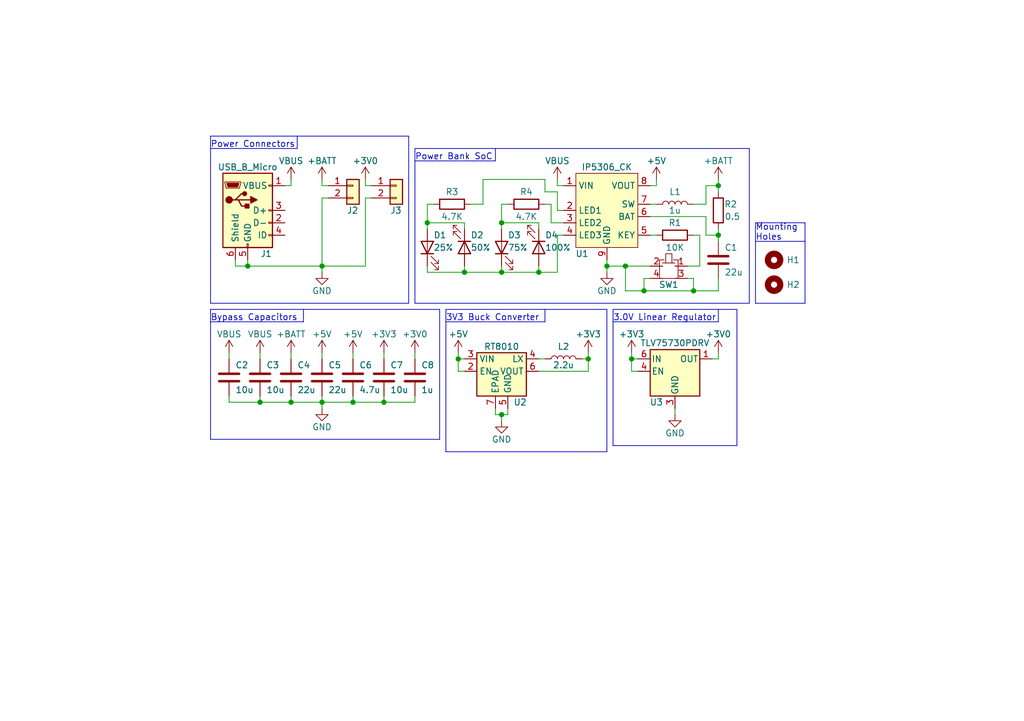
<source format=kicad_sch>
(kicad_sch (version 20230121) (generator eeschema)

  (uuid f12fd207-0ea8-4e5e-ba5d-32f4ff7fde19)

  (paper "A5")

  (title_block
    (title "CTM Battery")
    (date "2023-03-08")
    (rev "1.0.0")
  )

  (lib_symbols
    (symbol "Connector:USB_B_Micro" (pin_names (offset 1.016)) (in_bom yes) (on_board yes)
      (property "Reference" "J" (at -5.08 11.43 0)
        (effects (font (size 1.27 1.27)) (justify left))
      )
      (property "Value" "USB_B_Micro" (at -5.08 8.89 0)
        (effects (font (size 1.27 1.27)) (justify left))
      )
      (property "Footprint" "" (at 3.81 -1.27 0)
        (effects (font (size 1.27 1.27)) hide)
      )
      (property "Datasheet" "~" (at 3.81 -1.27 0)
        (effects (font (size 1.27 1.27)) hide)
      )
      (property "ki_keywords" "connector USB micro" (at 0 0 0)
        (effects (font (size 1.27 1.27)) hide)
      )
      (property "ki_description" "USB Micro Type B connector" (at 0 0 0)
        (effects (font (size 1.27 1.27)) hide)
      )
      (property "ki_fp_filters" "USB*" (at 0 0 0)
        (effects (font (size 1.27 1.27)) hide)
      )
      (symbol "USB_B_Micro_0_1"
        (rectangle (start -5.08 -7.62) (end 5.08 7.62)
          (stroke (width 0.254) (type default))
          (fill (type background))
        )
        (circle (center -3.81 2.159) (radius 0.635)
          (stroke (width 0.254) (type default))
          (fill (type outline))
        )
        (circle (center -0.635 3.429) (radius 0.381)
          (stroke (width 0.254) (type default))
          (fill (type outline))
        )
        (rectangle (start -0.127 -7.62) (end 0.127 -6.858)
          (stroke (width 0) (type default))
          (fill (type none))
        )
        (polyline
          (pts
            (xy -1.905 2.159)
            (xy 0.635 2.159)
          )
          (stroke (width 0.254) (type default))
          (fill (type none))
        )
        (polyline
          (pts
            (xy -3.175 2.159)
            (xy -2.54 2.159)
            (xy -1.27 3.429)
            (xy -0.635 3.429)
          )
          (stroke (width 0.254) (type default))
          (fill (type none))
        )
        (polyline
          (pts
            (xy -2.54 2.159)
            (xy -1.905 2.159)
            (xy -1.27 0.889)
            (xy 0 0.889)
          )
          (stroke (width 0.254) (type default))
          (fill (type none))
        )
        (polyline
          (pts
            (xy 0.635 2.794)
            (xy 0.635 1.524)
            (xy 1.905 2.159)
            (xy 0.635 2.794)
          )
          (stroke (width 0.254) (type default))
          (fill (type outline))
        )
        (polyline
          (pts
            (xy -4.318 5.588)
            (xy -1.778 5.588)
            (xy -2.032 4.826)
            (xy -4.064 4.826)
            (xy -4.318 5.588)
          )
          (stroke (width 0) (type default))
          (fill (type outline))
        )
        (polyline
          (pts
            (xy -4.699 5.842)
            (xy -4.699 5.588)
            (xy -4.445 4.826)
            (xy -4.445 4.572)
            (xy -1.651 4.572)
            (xy -1.651 4.826)
            (xy -1.397 5.588)
            (xy -1.397 5.842)
            (xy -4.699 5.842)
          )
          (stroke (width 0) (type default))
          (fill (type none))
        )
        (rectangle (start 0.254 1.27) (end -0.508 0.508)
          (stroke (width 0.254) (type default))
          (fill (type outline))
        )
        (rectangle (start 5.08 -5.207) (end 4.318 -4.953)
          (stroke (width 0) (type default))
          (fill (type none))
        )
        (rectangle (start 5.08 -2.667) (end 4.318 -2.413)
          (stroke (width 0) (type default))
          (fill (type none))
        )
        (rectangle (start 5.08 -0.127) (end 4.318 0.127)
          (stroke (width 0) (type default))
          (fill (type none))
        )
        (rectangle (start 5.08 4.953) (end 4.318 5.207)
          (stroke (width 0) (type default))
          (fill (type none))
        )
      )
      (symbol "USB_B_Micro_1_1"
        (pin power_out line (at 7.62 5.08 180) (length 2.54)
          (name "VBUS" (effects (font (size 1.27 1.27))))
          (number "1" (effects (font (size 1.27 1.27))))
        )
        (pin bidirectional line (at 7.62 -2.54 180) (length 2.54)
          (name "D-" (effects (font (size 1.27 1.27))))
          (number "2" (effects (font (size 1.27 1.27))))
        )
        (pin bidirectional line (at 7.62 0 180) (length 2.54)
          (name "D+" (effects (font (size 1.27 1.27))))
          (number "3" (effects (font (size 1.27 1.27))))
        )
        (pin passive line (at 7.62 -5.08 180) (length 2.54)
          (name "ID" (effects (font (size 1.27 1.27))))
          (number "4" (effects (font (size 1.27 1.27))))
        )
        (pin power_out line (at 0 -10.16 90) (length 2.54)
          (name "GND" (effects (font (size 1.27 1.27))))
          (number "5" (effects (font (size 1.27 1.27))))
        )
        (pin passive line (at -2.54 -10.16 90) (length 2.54)
          (name "Shield" (effects (font (size 1.27 1.27))))
          (number "6" (effects (font (size 1.27 1.27))))
        )
      )
    )
    (symbol "Connector_Generic:Conn_01x02" (pin_names (offset 1.016) hide) (in_bom yes) (on_board yes)
      (property "Reference" "J" (at 0 2.54 0)
        (effects (font (size 1.27 1.27)))
      )
      (property "Value" "Conn_01x02" (at 0 -5.08 0)
        (effects (font (size 1.27 1.27)))
      )
      (property "Footprint" "" (at 0 0 0)
        (effects (font (size 1.27 1.27)) hide)
      )
      (property "Datasheet" "~" (at 0 0 0)
        (effects (font (size 1.27 1.27)) hide)
      )
      (property "ki_keywords" "connector" (at 0 0 0)
        (effects (font (size 1.27 1.27)) hide)
      )
      (property "ki_description" "Generic connector, single row, 01x02, script generated (kicad-library-utils/schlib/autogen/connector/)" (at 0 0 0)
        (effects (font (size 1.27 1.27)) hide)
      )
      (property "ki_fp_filters" "Connector*:*_1x??_*" (at 0 0 0)
        (effects (font (size 1.27 1.27)) hide)
      )
      (symbol "Conn_01x02_1_1"
        (rectangle (start -1.27 -2.413) (end 0 -2.667)
          (stroke (width 0.1524) (type default))
          (fill (type none))
        )
        (rectangle (start -1.27 0.127) (end 0 -0.127)
          (stroke (width 0.1524) (type default))
          (fill (type none))
        )
        (rectangle (start -1.27 1.27) (end 1.27 -3.81)
          (stroke (width 0.254) (type default))
          (fill (type background))
        )
        (pin passive line (at -5.08 0 0) (length 3.81)
          (name "Pin_1" (effects (font (size 1.27 1.27))))
          (number "1" (effects (font (size 1.27 1.27))))
        )
        (pin passive line (at -5.08 -2.54 0) (length 3.81)
          (name "Pin_2" (effects (font (size 1.27 1.27))))
          (number "2" (effects (font (size 1.27 1.27))))
        )
      )
    )
    (symbol "Device:C" (pin_numbers hide) (pin_names (offset 0.254)) (in_bom yes) (on_board yes)
      (property "Reference" "C" (at 0.635 2.54 0)
        (effects (font (size 1.27 1.27)) (justify left))
      )
      (property "Value" "C" (at 0.635 -2.54 0)
        (effects (font (size 1.27 1.27)) (justify left))
      )
      (property "Footprint" "" (at 0.9652 -3.81 0)
        (effects (font (size 1.27 1.27)) hide)
      )
      (property "Datasheet" "~" (at 0 0 0)
        (effects (font (size 1.27 1.27)) hide)
      )
      (property "ki_keywords" "cap capacitor" (at 0 0 0)
        (effects (font (size 1.27 1.27)) hide)
      )
      (property "ki_description" "Unpolarized capacitor" (at 0 0 0)
        (effects (font (size 1.27 1.27)) hide)
      )
      (property "ki_fp_filters" "C_*" (at 0 0 0)
        (effects (font (size 1.27 1.27)) hide)
      )
      (symbol "C_0_1"
        (polyline
          (pts
            (xy -2.032 -0.762)
            (xy 2.032 -0.762)
          )
          (stroke (width 0.508) (type default))
          (fill (type none))
        )
        (polyline
          (pts
            (xy -2.032 0.762)
            (xy 2.032 0.762)
          )
          (stroke (width 0.508) (type default))
          (fill (type none))
        )
      )
      (symbol "C_1_1"
        (pin passive line (at 0 3.81 270) (length 2.794)
          (name "~" (effects (font (size 1.27 1.27))))
          (number "1" (effects (font (size 1.27 1.27))))
        )
        (pin passive line (at 0 -3.81 90) (length 2.794)
          (name "~" (effects (font (size 1.27 1.27))))
          (number "2" (effects (font (size 1.27 1.27))))
        )
      )
    )
    (symbol "Device:L" (pin_numbers hide) (pin_names (offset 1.016) hide) (in_bom yes) (on_board yes)
      (property "Reference" "L" (at -1.27 0 90)
        (effects (font (size 1.27 1.27)))
      )
      (property "Value" "L" (at 1.905 0 90)
        (effects (font (size 1.27 1.27)))
      )
      (property "Footprint" "" (at 0 0 0)
        (effects (font (size 1.27 1.27)) hide)
      )
      (property "Datasheet" "~" (at 0 0 0)
        (effects (font (size 1.27 1.27)) hide)
      )
      (property "ki_keywords" "inductor choke coil reactor magnetic" (at 0 0 0)
        (effects (font (size 1.27 1.27)) hide)
      )
      (property "ki_description" "Inductor" (at 0 0 0)
        (effects (font (size 1.27 1.27)) hide)
      )
      (property "ki_fp_filters" "Choke_* *Coil* Inductor_* L_*" (at 0 0 0)
        (effects (font (size 1.27 1.27)) hide)
      )
      (symbol "L_0_1"
        (arc (start 0 -2.54) (mid 0.6323 -1.905) (end 0 -1.27)
          (stroke (width 0) (type default))
          (fill (type none))
        )
        (arc (start 0 -1.27) (mid 0.6323 -0.635) (end 0 0)
          (stroke (width 0) (type default))
          (fill (type none))
        )
        (arc (start 0 0) (mid 0.6323 0.635) (end 0 1.27)
          (stroke (width 0) (type default))
          (fill (type none))
        )
        (arc (start 0 1.27) (mid 0.6323 1.905) (end 0 2.54)
          (stroke (width 0) (type default))
          (fill (type none))
        )
      )
      (symbol "L_1_1"
        (pin passive line (at 0 3.81 270) (length 1.27)
          (name "1" (effects (font (size 1.27 1.27))))
          (number "1" (effects (font (size 1.27 1.27))))
        )
        (pin passive line (at 0 -3.81 90) (length 1.27)
          (name "2" (effects (font (size 1.27 1.27))))
          (number "2" (effects (font (size 1.27 1.27))))
        )
      )
    )
    (symbol "Device:LED" (pin_numbers hide) (pin_names (offset 1.016) hide) (in_bom yes) (on_board yes)
      (property "Reference" "D" (at 0 2.54 0)
        (effects (font (size 1.27 1.27)))
      )
      (property "Value" "LED" (at 0 -2.54 0)
        (effects (font (size 1.27 1.27)))
      )
      (property "Footprint" "" (at 0 0 0)
        (effects (font (size 1.27 1.27)) hide)
      )
      (property "Datasheet" "~" (at 0 0 0)
        (effects (font (size 1.27 1.27)) hide)
      )
      (property "ki_keywords" "LED diode" (at 0 0 0)
        (effects (font (size 1.27 1.27)) hide)
      )
      (property "ki_description" "Light emitting diode" (at 0 0 0)
        (effects (font (size 1.27 1.27)) hide)
      )
      (property "ki_fp_filters" "LED* LED_SMD:* LED_THT:*" (at 0 0 0)
        (effects (font (size 1.27 1.27)) hide)
      )
      (symbol "LED_0_1"
        (polyline
          (pts
            (xy -1.27 -1.27)
            (xy -1.27 1.27)
          )
          (stroke (width 0.254) (type default))
          (fill (type none))
        )
        (polyline
          (pts
            (xy -1.27 0)
            (xy 1.27 0)
          )
          (stroke (width 0) (type default))
          (fill (type none))
        )
        (polyline
          (pts
            (xy 1.27 -1.27)
            (xy 1.27 1.27)
            (xy -1.27 0)
            (xy 1.27 -1.27)
          )
          (stroke (width 0.254) (type default))
          (fill (type none))
        )
        (polyline
          (pts
            (xy -3.048 -0.762)
            (xy -4.572 -2.286)
            (xy -3.81 -2.286)
            (xy -4.572 -2.286)
            (xy -4.572 -1.524)
          )
          (stroke (width 0) (type default))
          (fill (type none))
        )
        (polyline
          (pts
            (xy -1.778 -0.762)
            (xy -3.302 -2.286)
            (xy -2.54 -2.286)
            (xy -3.302 -2.286)
            (xy -3.302 -1.524)
          )
          (stroke (width 0) (type default))
          (fill (type none))
        )
      )
      (symbol "LED_1_1"
        (pin passive line (at -3.81 0 0) (length 2.54)
          (name "K" (effects (font (size 1.27 1.27))))
          (number "1" (effects (font (size 1.27 1.27))))
        )
        (pin passive line (at 3.81 0 180) (length 2.54)
          (name "A" (effects (font (size 1.27 1.27))))
          (number "2" (effects (font (size 1.27 1.27))))
        )
      )
    )
    (symbol "Device:R" (pin_numbers hide) (pin_names (offset 0)) (in_bom yes) (on_board yes)
      (property "Reference" "R" (at 2.032 0 90)
        (effects (font (size 1.27 1.27)))
      )
      (property "Value" "R" (at 0 0 90)
        (effects (font (size 1.27 1.27)))
      )
      (property "Footprint" "" (at -1.778 0 90)
        (effects (font (size 1.27 1.27)) hide)
      )
      (property "Datasheet" "~" (at 0 0 0)
        (effects (font (size 1.27 1.27)) hide)
      )
      (property "ki_keywords" "R res resistor" (at 0 0 0)
        (effects (font (size 1.27 1.27)) hide)
      )
      (property "ki_description" "Resistor" (at 0 0 0)
        (effects (font (size 1.27 1.27)) hide)
      )
      (property "ki_fp_filters" "R_*" (at 0 0 0)
        (effects (font (size 1.27 1.27)) hide)
      )
      (symbol "R_0_1"
        (rectangle (start -1.016 -2.54) (end 1.016 2.54)
          (stroke (width 0.254) (type default))
          (fill (type none))
        )
      )
      (symbol "R_1_1"
        (pin passive line (at 0 3.81 270) (length 1.27)
          (name "~" (effects (font (size 1.27 1.27))))
          (number "1" (effects (font (size 1.27 1.27))))
        )
        (pin passive line (at 0 -3.81 90) (length 1.27)
          (name "~" (effects (font (size 1.27 1.27))))
          (number "2" (effects (font (size 1.27 1.27))))
        )
      )
    )
    (symbol "Mechanical:MountingHole" (pin_names (offset 1.016)) (in_bom yes) (on_board yes)
      (property "Reference" "H" (at 0 5.08 0)
        (effects (font (size 1.27 1.27)))
      )
      (property "Value" "MountingHole" (at 0 3.175 0)
        (effects (font (size 1.27 1.27)))
      )
      (property "Footprint" "" (at 0 0 0)
        (effects (font (size 1.27 1.27)) hide)
      )
      (property "Datasheet" "~" (at 0 0 0)
        (effects (font (size 1.27 1.27)) hide)
      )
      (property "ki_keywords" "mounting hole" (at 0 0 0)
        (effects (font (size 1.27 1.27)) hide)
      )
      (property "ki_description" "Mounting Hole without connection" (at 0 0 0)
        (effects (font (size 1.27 1.27)) hide)
      )
      (property "ki_fp_filters" "MountingHole*" (at 0 0 0)
        (effects (font (size 1.27 1.27)) hide)
      )
      (symbol "MountingHole_0_1"
        (circle (center 0 0) (radius 1.27)
          (stroke (width 1.27) (type default))
          (fill (type none))
        )
      )
    )
    (symbol "Regulator_Linear:TLV75730PDRV" (pin_names (offset 0.254)) (in_bom yes) (on_board yes)
      (property "Reference" "U" (at -3.81 5.715 0)
        (effects (font (size 1.27 1.27)))
      )
      (property "Value" "TLV75730PDRV" (at 0 5.715 0)
        (effects (font (size 1.27 1.27)) (justify left))
      )
      (property "Footprint" "Package_SON:WSON-6-1EP_2x2mm_P0.65mm_EP1x1.6mm" (at 0 8.255 0)
        (effects (font (size 1.27 1.27) italic) hide)
      )
      (property "Datasheet" "https://www.ti.com/lit/ds/symlink/tlv757p.pdf" (at 0 1.27 0)
        (effects (font (size 1.27 1.27)) hide)
      )
      (property "ki_keywords" "LDO Regulator Fixed Positive" (at 0 0 0)
        (effects (font (size 1.27 1.27)) hide)
      )
      (property "ki_description" "1A Low IQ Small Size Low Dropout Voltage Regulator, Fixed Output 3.0V, WSON6" (at 0 0 0)
        (effects (font (size 1.27 1.27)) hide)
      )
      (property "ki_fp_filters" "WSON*1EP*2x2mm*P0.65mm*" (at 0 0 0)
        (effects (font (size 1.27 1.27)) hide)
      )
      (symbol "TLV75730PDRV_0_1"
        (rectangle (start -5.08 4.445) (end 5.08 -5.08)
          (stroke (width 0.254) (type default))
          (fill (type background))
        )
      )
      (symbol "TLV75730PDRV_1_1"
        (pin power_out line (at 7.62 2.54 180) (length 2.54)
          (name "OUT" (effects (font (size 1.27 1.27))))
          (number "1" (effects (font (size 1.27 1.27))))
        )
        (pin no_connect line (at 5.08 0 180) (length 2.54) hide
          (name "NC" (effects (font (size 1.27 1.27))))
          (number "2" (effects (font (size 1.27 1.27))))
        )
        (pin power_in line (at 0 -7.62 90) (length 2.54)
          (name "GND" (effects (font (size 1.27 1.27))))
          (number "3" (effects (font (size 1.27 1.27))))
        )
        (pin input line (at -7.62 0 0) (length 2.54)
          (name "EN" (effects (font (size 1.27 1.27))))
          (number "4" (effects (font (size 1.27 1.27))))
        )
        (pin no_connect line (at 5.08 -2.54 180) (length 2.54) hide
          (name "NC" (effects (font (size 1.27 1.27))))
          (number "5" (effects (font (size 1.27 1.27))))
        )
        (pin power_in line (at -7.62 2.54 0) (length 2.54)
          (name "IN" (effects (font (size 1.27 1.27))))
          (number "6" (effects (font (size 1.27 1.27))))
        )
        (pin passive line (at 0 -7.62 90) (length 2.54) hide
          (name "GND" (effects (font (size 1.27 1.27))))
          (number "7" (effects (font (size 1.27 1.27))))
        )
      )
    )
    (symbol "power:+3V0" (power) (pin_names (offset 0)) (in_bom yes) (on_board yes)
      (property "Reference" "#PWR" (at 0 -3.81 0)
        (effects (font (size 1.27 1.27)) hide)
      )
      (property "Value" "+3V0" (at 0 3.556 0)
        (effects (font (size 1.27 1.27)))
      )
      (property "Footprint" "" (at 0 0 0)
        (effects (font (size 1.27 1.27)) hide)
      )
      (property "Datasheet" "" (at 0 0 0)
        (effects (font (size 1.27 1.27)) hide)
      )
      (property "ki_keywords" "global power" (at 0 0 0)
        (effects (font (size 1.27 1.27)) hide)
      )
      (property "ki_description" "Power symbol creates a global label with name \"+3V0\"" (at 0 0 0)
        (effects (font (size 1.27 1.27)) hide)
      )
      (symbol "+3V0_0_1"
        (polyline
          (pts
            (xy -0.762 1.27)
            (xy 0 2.54)
          )
          (stroke (width 0) (type default))
          (fill (type none))
        )
        (polyline
          (pts
            (xy 0 0)
            (xy 0 2.54)
          )
          (stroke (width 0) (type default))
          (fill (type none))
        )
        (polyline
          (pts
            (xy 0 2.54)
            (xy 0.762 1.27)
          )
          (stroke (width 0) (type default))
          (fill (type none))
        )
      )
      (symbol "+3V0_1_1"
        (pin power_in line (at 0 0 90) (length 0) hide
          (name "+3V0" (effects (font (size 1.27 1.27))))
          (number "1" (effects (font (size 1.27 1.27))))
        )
      )
    )
    (symbol "power:+3V3" (power) (pin_names (offset 0)) (in_bom yes) (on_board yes)
      (property "Reference" "#PWR" (at 0 -3.81 0)
        (effects (font (size 1.27 1.27)) hide)
      )
      (property "Value" "+3V3" (at 0 3.556 0)
        (effects (font (size 1.27 1.27)))
      )
      (property "Footprint" "" (at 0 0 0)
        (effects (font (size 1.27 1.27)) hide)
      )
      (property "Datasheet" "" (at 0 0 0)
        (effects (font (size 1.27 1.27)) hide)
      )
      (property "ki_keywords" "global power" (at 0 0 0)
        (effects (font (size 1.27 1.27)) hide)
      )
      (property "ki_description" "Power symbol creates a global label with name \"+3V3\"" (at 0 0 0)
        (effects (font (size 1.27 1.27)) hide)
      )
      (symbol "+3V3_0_1"
        (polyline
          (pts
            (xy -0.762 1.27)
            (xy 0 2.54)
          )
          (stroke (width 0) (type default))
          (fill (type none))
        )
        (polyline
          (pts
            (xy 0 0)
            (xy 0 2.54)
          )
          (stroke (width 0) (type default))
          (fill (type none))
        )
        (polyline
          (pts
            (xy 0 2.54)
            (xy 0.762 1.27)
          )
          (stroke (width 0) (type default))
          (fill (type none))
        )
      )
      (symbol "+3V3_1_1"
        (pin power_in line (at 0 0 90) (length 0) hide
          (name "+3V3" (effects (font (size 1.27 1.27))))
          (number "1" (effects (font (size 1.27 1.27))))
        )
      )
    )
    (symbol "power:+5V" (power) (pin_names (offset 0)) (in_bom yes) (on_board yes)
      (property "Reference" "#PWR" (at 0 -3.81 0)
        (effects (font (size 1.27 1.27)) hide)
      )
      (property "Value" "+5V" (at 0 3.556 0)
        (effects (font (size 1.27 1.27)))
      )
      (property "Footprint" "" (at 0 0 0)
        (effects (font (size 1.27 1.27)) hide)
      )
      (property "Datasheet" "" (at 0 0 0)
        (effects (font (size 1.27 1.27)) hide)
      )
      (property "ki_keywords" "global power" (at 0 0 0)
        (effects (font (size 1.27 1.27)) hide)
      )
      (property "ki_description" "Power symbol creates a global label with name \"+5V\"" (at 0 0 0)
        (effects (font (size 1.27 1.27)) hide)
      )
      (symbol "+5V_0_1"
        (polyline
          (pts
            (xy -0.762 1.27)
            (xy 0 2.54)
          )
          (stroke (width 0) (type default))
          (fill (type none))
        )
        (polyline
          (pts
            (xy 0 0)
            (xy 0 2.54)
          )
          (stroke (width 0) (type default))
          (fill (type none))
        )
        (polyline
          (pts
            (xy 0 2.54)
            (xy 0.762 1.27)
          )
          (stroke (width 0) (type default))
          (fill (type none))
        )
      )
      (symbol "+5V_1_1"
        (pin power_in line (at 0 0 90) (length 0) hide
          (name "+5V" (effects (font (size 1.27 1.27))))
          (number "1" (effects (font (size 1.27 1.27))))
        )
      )
    )
    (symbol "power:+BATT" (power) (pin_names (offset 0)) (in_bom yes) (on_board yes)
      (property "Reference" "#PWR" (at 0 -3.81 0)
        (effects (font (size 1.27 1.27)) hide)
      )
      (property "Value" "+BATT" (at 0 3.556 0)
        (effects (font (size 1.27 1.27)))
      )
      (property "Footprint" "" (at 0 0 0)
        (effects (font (size 1.27 1.27)) hide)
      )
      (property "Datasheet" "" (at 0 0 0)
        (effects (font (size 1.27 1.27)) hide)
      )
      (property "ki_keywords" "global power battery" (at 0 0 0)
        (effects (font (size 1.27 1.27)) hide)
      )
      (property "ki_description" "Power symbol creates a global label with name \"+BATT\"" (at 0 0 0)
        (effects (font (size 1.27 1.27)) hide)
      )
      (symbol "+BATT_0_1"
        (polyline
          (pts
            (xy -0.762 1.27)
            (xy 0 2.54)
          )
          (stroke (width 0) (type default))
          (fill (type none))
        )
        (polyline
          (pts
            (xy 0 0)
            (xy 0 2.54)
          )
          (stroke (width 0) (type default))
          (fill (type none))
        )
        (polyline
          (pts
            (xy 0 2.54)
            (xy 0.762 1.27)
          )
          (stroke (width 0) (type default))
          (fill (type none))
        )
      )
      (symbol "+BATT_1_1"
        (pin power_in line (at 0 0 90) (length 0) hide
          (name "+BATT" (effects (font (size 1.27 1.27))))
          (number "1" (effects (font (size 1.27 1.27))))
        )
      )
    )
    (symbol "power:GND" (power) (pin_names (offset 0)) (in_bom yes) (on_board yes)
      (property "Reference" "#PWR" (at 0 -6.35 0)
        (effects (font (size 1.27 1.27)) hide)
      )
      (property "Value" "GND" (at 0 -3.81 0)
        (effects (font (size 1.27 1.27)))
      )
      (property "Footprint" "" (at 0 0 0)
        (effects (font (size 1.27 1.27)) hide)
      )
      (property "Datasheet" "" (at 0 0 0)
        (effects (font (size 1.27 1.27)) hide)
      )
      (property "ki_keywords" "global power" (at 0 0 0)
        (effects (font (size 1.27 1.27)) hide)
      )
      (property "ki_description" "Power symbol creates a global label with name \"GND\" , ground" (at 0 0 0)
        (effects (font (size 1.27 1.27)) hide)
      )
      (symbol "GND_0_1"
        (polyline
          (pts
            (xy 0 0)
            (xy 0 -1.27)
            (xy 1.27 -1.27)
            (xy 0 -2.54)
            (xy -1.27 -1.27)
            (xy 0 -1.27)
          )
          (stroke (width 0) (type default))
          (fill (type none))
        )
      )
      (symbol "GND_1_1"
        (pin power_in line (at 0 0 270) (length 0) hide
          (name "GND" (effects (font (size 1.27 1.27))))
          (number "1" (effects (font (size 1.27 1.27))))
        )
      )
    )
    (symbol "power:VBUS" (power) (pin_names (offset 0)) (in_bom yes) (on_board yes)
      (property "Reference" "#PWR" (at 0 -3.81 0)
        (effects (font (size 1.27 1.27)) hide)
      )
      (property "Value" "VBUS" (at 0 3.81 0)
        (effects (font (size 1.27 1.27)))
      )
      (property "Footprint" "" (at 0 0 0)
        (effects (font (size 1.27 1.27)) hide)
      )
      (property "Datasheet" "" (at 0 0 0)
        (effects (font (size 1.27 1.27)) hide)
      )
      (property "ki_keywords" "global power" (at 0 0 0)
        (effects (font (size 1.27 1.27)) hide)
      )
      (property "ki_description" "Power symbol creates a global label with name \"VBUS\"" (at 0 0 0)
        (effects (font (size 1.27 1.27)) hide)
      )
      (symbol "VBUS_0_1"
        (polyline
          (pts
            (xy -0.762 1.27)
            (xy 0 2.54)
          )
          (stroke (width 0) (type default))
          (fill (type none))
        )
        (polyline
          (pts
            (xy 0 0)
            (xy 0 2.54)
          )
          (stroke (width 0) (type default))
          (fill (type none))
        )
        (polyline
          (pts
            (xy 0 2.54)
            (xy 0.762 1.27)
          )
          (stroke (width 0) (type default))
          (fill (type none))
        )
      )
      (symbol "VBUS_1_1"
        (pin power_in line (at 0 0 90) (length 0) hide
          (name "VBUS" (effects (font (size 1.27 1.27))))
          (number "1" (effects (font (size 1.27 1.27))))
        )
      )
    )
    (symbol "slk:IP5306" (in_bom yes) (on_board yes)
      (property "Reference" "U" (at -5.08 11.43 0)
        (effects (font (size 1.27 1.27)) (justify left))
      )
      (property "Value" "IP5306" (at -5.08 8.89 0)
        (effects (font (size 1.27 1.27)) (justify left))
      )
      (property "Footprint" "" (at 0 8.89 0)
        (effects (font (size 1.27 1.27)) hide)
      )
      (property "Datasheet" "" (at 0 8.89 0)
        (effects (font (size 1.27 1.27)) hide)
      )
      (symbol "IP5306_0_1"
        (polyline
          (pts
            (xy -6.35 7.62)
            (xy 6.35 7.62)
            (xy 6.35 -7.62)
            (xy -6.35 -7.62)
            (xy -6.35 7.62)
          )
          (stroke (width 0) (type default))
          (fill (type background))
        )
      )
      (symbol "IP5306_1_1"
        (pin power_in line (at -8.89 5.08 0) (length 2.54)
          (name "VIN" (effects (font (size 1.27 1.27))))
          (number "1" (effects (font (size 1.27 1.27))))
        )
        (pin output line (at -8.89 0 0) (length 2.54)
          (name "LED1" (effects (font (size 1.27 1.27))))
          (number "2" (effects (font (size 1.27 1.27))))
        )
        (pin output line (at -8.89 -2.54 0) (length 2.54)
          (name "LED2" (effects (font (size 1.27 1.27))))
          (number "3" (effects (font (size 1.27 1.27))))
        )
        (pin output line (at -8.89 -5.08 0) (length 2.54)
          (name "LED3" (effects (font (size 1.27 1.27))))
          (number "4" (effects (font (size 1.27 1.27))))
        )
        (pin input line (at 8.89 -5.08 180) (length 2.54)
          (name "KEY" (effects (font (size 1.27 1.27))))
          (number "5" (effects (font (size 1.27 1.27))))
        )
        (pin input line (at 8.89 -1.27 180) (length 2.54)
          (name "BAT" (effects (font (size 1.27 1.27))))
          (number "6" (effects (font (size 1.27 1.27))))
        )
        (pin input line (at 8.89 1.27 180) (length 2.54)
          (name "SW" (effects (font (size 1.27 1.27))))
          (number "7" (effects (font (size 1.27 1.27))))
        )
        (pin power_out line (at 8.89 5.08 180) (length 2.54)
          (name "VOUT" (effects (font (size 1.27 1.27))))
          (number "8" (effects (font (size 1.27 1.27))))
        )
        (pin power_in line (at 0 -10.16 90) (length 2.54)
          (name "GND" (effects (font (size 1.27 1.27))))
          (number "9" (effects (font (size 1.27 1.27))))
        )
      )
    )
    (symbol "slk:RT8010" (in_bom yes) (on_board yes)
      (property "Reference" "U" (at -5.08 5.08 0)
        (effects (font (size 1.27 1.27)) (justify left))
      )
      (property "Value" "RT8010" (at 0 5.08 0)
        (effects (font (size 1.27 1.27)) (justify left))
      )
      (property "Footprint" "slk:WDFN-6L_2x2" (at -7.62 -10.16 0)
        (effects (font (size 1.27 1.27)) (justify left) hide)
      )
      (property "Datasheet" "https://www.richtek.com/assets/product_file/RT8010=RT8010A/DS8010A-12.pdf" (at -1.27 -12.7 0)
        (effects (font (size 1.27 1.27)) hide)
      )
      (property "ki_keywords" "Voltage regulator switching buck fixed output analog" (at 0 0 0)
        (effects (font (size 1.27 1.27)) hide)
      )
      (property "ki_description" "1.5MHz, 1A, High Efficiency PWM Step-Down DC-DC Converter" (at 0 0 0)
        (effects (font (size 1.27 1.27)) hide)
      )
      (property "ki_fp_filters" "TSOT?23*" (at 0 0 0)
        (effects (font (size 1.27 1.27)) hide)
      )
      (symbol "RT8010_0_1"
        (rectangle (start -5.08 3.81) (end 5.08 -5.08)
          (stroke (width 0.254) (type default))
          (fill (type background))
        )
      )
      (symbol "RT8010_1_1"
        (pin no_connect line (at -7.62 -2.54 0) (length 2.54) hide
          (name "IC" (effects (font (size 1.27 1.27))))
          (number "1" (effects (font (size 1.27 1.27))))
        )
        (pin input line (at -7.62 0 0) (length 2.54)
          (name "EN" (effects (font (size 1.27 1.27))))
          (number "2" (effects (font (size 1.27 1.27))))
        )
        (pin power_in line (at -7.62 2.54 0) (length 2.54)
          (name "VIN" (effects (font (size 1.27 1.27))))
          (number "3" (effects (font (size 1.27 1.27))))
        )
        (pin input line (at 7.62 2.54 180) (length 2.54)
          (name "LX" (effects (font (size 1.27 1.27))))
          (number "4" (effects (font (size 1.27 1.27))))
        )
        (pin power_in line (at 1.27 -7.62 90) (length 2.54)
          (name "GND" (effects (font (size 1.27 1.27))))
          (number "5" (effects (font (size 1.27 1.27))))
        )
        (pin input line (at 7.62 0 180) (length 2.54)
          (name "VOUT" (effects (font (size 1.27 1.27))))
          (number "6" (effects (font (size 1.27 1.27))))
        )
        (pin power_in line (at -1.27 -7.62 90) (length 2.54)
          (name "EPAD" (effects (font (size 1.27 1.27))))
          (number "7" (effects (font (size 1.27 1.27))))
        )
      )
    )
    (symbol "slk:SW_Push_SPST_Shielded" (in_bom yes) (on_board yes)
      (property "Reference" "SW" (at 0 -3.81 0)
        (effects (font (size 1.27 1.27)))
      )
      (property "Value" "SW_Push_SPST_Shielded" (at 0 3.81 0)
        (effects (font (size 1.27 1.27)))
      )
      (property "Footprint" "" (at 0 0 0)
        (effects (font (size 1.27 1.27)) hide)
      )
      (property "Datasheet" "" (at 0 0 0)
        (effects (font (size 1.27 1.27)) hide)
      )
      (symbol "SW_Push_SPST_Shielded_0_1"
        (polyline
          (pts
            (xy -1.27 -2.54)
            (xy 1.27 -2.54)
          )
          (stroke (width 0) (type default))
          (fill (type none))
        )
        (polyline
          (pts
            (xy -1.27 0.635)
            (xy 1.27 0.635)
          )
          (stroke (width 0) (type default))
          (fill (type none))
        )
        (polyline
          (pts
            (xy -1.905 -2.54)
            (xy -1.905 1.27)
            (xy -0.9525 1.27)
          )
          (stroke (width 0) (type default))
          (fill (type none))
        )
        (polyline
          (pts
            (xy 0.9525 1.27)
            (xy 1.905 1.27)
            (xy 1.905 -2.54)
          )
          (stroke (width 0) (type default))
          (fill (type none))
        )
        (polyline
          (pts
            (xy -0.635 0.635)
            (xy -0.635 2.54)
            (xy 0.635 2.54)
            (xy 0.635 0.635)
          )
          (stroke (width 0) (type default))
          (fill (type none))
        )
      )
      (symbol "SW_Push_SPST_Shielded_1_1"
        (pin bidirectional line (at -3.81 0 0) (length 2.54)
          (name "A" (effects (font (size 0 0))))
          (number "1" (effects (font (size 1.27 1.27))))
        )
        (pin bidirectional line (at 3.81 0 180) (length 2.54)
          (name "B" (effects (font (size 0 0))))
          (number "2" (effects (font (size 1.27 1.27))))
        )
        (pin bidirectional line (at -3.81 -2.54 0) (length 2.54)
          (name "SH1" (effects (font (size 0 0))))
          (number "3" (effects (font (size 1.27 1.27))))
        )
        (pin bidirectional line (at 3.81 -2.54 180) (length 2.54)
          (name "SH2" (effects (font (size 0 0))))
          (number "4" (effects (font (size 1.27 1.27))))
        )
      )
    )
  )

  (junction (at 93.98 73.66) (diameter 0) (color 0 0 0 0)
    (uuid 0d45dd75-c831-4235-8e06-12d169f02e20)
  )
  (junction (at 128.27 54.61) (diameter 0) (color 0 0 0 0)
    (uuid 0e53ce33-1c6a-4a19-b391-a1fb03ca895f)
  )
  (junction (at 124.46 54.61) (diameter 0) (color 0 0 0 0)
    (uuid 1227bcee-276d-4c47-b57f-690a38cf55cb)
  )
  (junction (at 66.04 54.61) (diameter 0) (color 0 0 0 0)
    (uuid 23ff9b3e-9421-4b35-b6fe-121075db5e3f)
  )
  (junction (at 102.87 45.72) (diameter 0) (color 0 0 0 0)
    (uuid 2400e7a8-05c1-453c-b0b7-abede8379d72)
  )
  (junction (at 95.25 55.88) (diameter 0) (color 0 0 0 0)
    (uuid 2eeb7617-264b-498b-95c5-ab0c4deaf258)
  )
  (junction (at 132.08 59.69) (diameter 0) (color 0 0 0 0)
    (uuid 3e0c02f9-e69b-475c-a420-ffebf6c51b58)
  )
  (junction (at 87.63 45.72) (diameter 0) (color 0 0 0 0)
    (uuid 4401e06b-d340-4f0a-b21f-b334ce8db6df)
  )
  (junction (at 120.65 73.66) (diameter 0) (color 0 0 0 0)
    (uuid 57a18860-52ae-43c9-be42-1ebc305666de)
  )
  (junction (at 53.34 82.55) (diameter 0) (color 0 0 0 0)
    (uuid 5886b208-d825-4ad8-aec1-2e2d47ff0391)
  )
  (junction (at 78.74 82.55) (diameter 0) (color 0 0 0 0)
    (uuid 6ae9f78d-9936-49f4-bf18-97b729c8e143)
  )
  (junction (at 129.54 73.66) (diameter 0) (color 0 0 0 0)
    (uuid 713d0fb1-7afa-4111-9c8c-585dbb379130)
  )
  (junction (at 110.49 55.88) (diameter 0) (color 0 0 0 0)
    (uuid 738d1453-1295-499c-a63d-d1ac09d8c09c)
  )
  (junction (at 50.8 54.61) (diameter 0) (color 0 0 0 0)
    (uuid 8425489b-6616-47b9-8b21-24e9105f83b2)
  )
  (junction (at 66.04 82.55) (diameter 0) (color 0 0 0 0)
    (uuid 853f2ee3-6f8a-46f1-ae52-c8b094c2c4a4)
  )
  (junction (at 59.69 82.55) (diameter 0) (color 0 0 0 0)
    (uuid 9b6b5da4-5c98-4e4f-a261-e5f7de371de6)
  )
  (junction (at 142.24 59.69) (diameter 0) (color 0 0 0 0)
    (uuid aaafdf54-1957-49cb-9f83-e079d4563c2c)
  )
  (junction (at 102.87 85.09) (diameter 0) (color 0 0 0 0)
    (uuid c26f682a-3583-44cb-9529-4717cdf6101d)
  )
  (junction (at 147.32 38.1) (diameter 0) (color 0 0 0 0)
    (uuid c906fba8-0597-4f9a-ac44-9b339c8f8c54)
  )
  (junction (at 102.87 55.88) (diameter 0) (color 0 0 0 0)
    (uuid c990c75f-2c34-4ae8-8f66-b6076fc820e9)
  )
  (junction (at 72.39 82.55) (diameter 0) (color 0 0 0 0)
    (uuid f678dd1e-6d9b-4a44-bfca-054b7528c2e1)
  )
  (junction (at 147.32 48.26) (diameter 0) (color 0 0 0 0)
    (uuid fc9657ae-aeab-4e00-b84b-5f89ab4c6b19)
  )

  (wire (pts (xy 120.65 76.2) (xy 120.65 73.66))
    (stroke (width 0) (type default))
    (uuid 009c6542-c44d-4742-aac8-41ffc25e064b)
  )
  (wire (pts (xy 113.03 45.72) (xy 113.03 41.91))
    (stroke (width 0) (type default))
    (uuid 029b1d69-ee74-4eaf-a8d1-918474854316)
  )
  (wire (pts (xy 102.87 45.72) (xy 102.87 46.99))
    (stroke (width 0) (type default))
    (uuid 0489e2d7-2f91-408d-aab2-53a6458e8cfd)
  )
  (wire (pts (xy 93.98 73.66) (xy 95.25 73.66))
    (stroke (width 0) (type default))
    (uuid 0585ce93-86cf-4c9e-9174-08a626cee270)
  )
  (polyline (pts (xy 91.44 63.5) (xy 124.46 63.5))
    (stroke (width 0) (type default))
    (uuid 069f6618-8fcc-422d-8644-a45afd571f27)
  )

  (wire (pts (xy 66.04 81.28) (xy 66.04 82.55))
    (stroke (width 0) (type default))
    (uuid 0711f3c2-cc9c-43fe-979d-a129438c3e83)
  )
  (wire (pts (xy 102.87 45.72) (xy 110.49 45.72))
    (stroke (width 0) (type default))
    (uuid 0860cc4e-1628-4a2f-88fe-6324b16035cd)
  )
  (wire (pts (xy 96.52 41.91) (xy 99.06 41.91))
    (stroke (width 0) (type default))
    (uuid 089fdb39-9069-4134-ba84-489cac8365d5)
  )
  (wire (pts (xy 72.39 72.39) (xy 72.39 73.66))
    (stroke (width 0) (type default))
    (uuid 08ccbd35-b52f-442c-a3ed-6d5f3b2a7a98)
  )
  (wire (pts (xy 50.8 54.61) (xy 66.04 54.61))
    (stroke (width 0) (type default))
    (uuid 0af1a15c-692a-4b39-bd2e-7c42ecadd337)
  )
  (wire (pts (xy 142.24 48.26) (xy 143.51 48.26))
    (stroke (width 0) (type default))
    (uuid 0b5d0d7f-1f4f-4168-ab27-0b598da1320f)
  )
  (polyline (pts (xy 60.96 30.48) (xy 60.96 27.94))
    (stroke (width 0) (type default))
    (uuid 0c83ad78-8d18-4426-ab7b-0fbba58a0700)
  )
  (polyline (pts (xy 85.09 62.23) (xy 85.09 30.48))
    (stroke (width 0) (type default))
    (uuid 0d2f6329-2aec-47cc-8904-9c0ffba8a939)
  )

  (wire (pts (xy 138.43 83.82) (xy 138.43 85.09))
    (stroke (width 0) (type default))
    (uuid 0edffb3f-2fd7-4ccc-b925-11192c43d0c4)
  )
  (wire (pts (xy 93.98 73.66) (xy 93.98 76.2))
    (stroke (width 0) (type default))
    (uuid 10e0bf75-7ae1-43b3-b4c2-234277de4aa0)
  )
  (polyline (pts (xy 125.73 66.04) (xy 147.32 66.04))
    (stroke (width 0) (type default))
    (uuid 11cfee22-a71a-460e-ba62-77af86527e90)
  )

  (wire (pts (xy 78.74 82.55) (xy 85.09 82.55))
    (stroke (width 0) (type default))
    (uuid 195e68c2-5abb-4fd5-8cb4-3d504e981a81)
  )
  (wire (pts (xy 111.76 41.91) (xy 113.03 41.91))
    (stroke (width 0) (type default))
    (uuid 19d25366-f7af-4662-a8bd-f415102c2cf1)
  )
  (wire (pts (xy 72.39 82.55) (xy 78.74 82.55))
    (stroke (width 0) (type default))
    (uuid 1a26a434-9ae0-45de-ba70-edcd4881d1fe)
  )
  (wire (pts (xy 59.69 72.39) (xy 59.69 73.66))
    (stroke (width 0) (type default))
    (uuid 1b100007-8a72-4b5b-869e-317eb15cf1ee)
  )
  (polyline (pts (xy 91.44 66.04) (xy 111.76 66.04))
    (stroke (width 0) (type default))
    (uuid 1d45bf76-db0f-40cc-bbf6-69e3d906ef9d)
  )

  (wire (pts (xy 111.76 39.37) (xy 111.76 36.83))
    (stroke (width 0) (type default))
    (uuid 1fec6a98-c74b-4e92-bfc3-dd6385baecba)
  )
  (polyline (pts (xy 43.18 30.48) (xy 60.96 30.48))
    (stroke (width 0) (type default))
    (uuid 23a8ce6b-65dd-4c6d-822b-01afd1624b50)
  )

  (wire (pts (xy 124.46 54.61) (xy 128.27 54.61))
    (stroke (width 0) (type default))
    (uuid 24185f7d-4852-4e09-b522-51d010d61d65)
  )
  (polyline (pts (xy 85.09 30.48) (xy 153.67 30.48))
    (stroke (width 0) (type default))
    (uuid 24bbc82a-3799-44fb-b44c-070af7966133)
  )

  (wire (pts (xy 114.3 39.37) (xy 111.76 39.37))
    (stroke (width 0) (type default))
    (uuid 264a3bb4-731f-412f-a888-77d9350217c2)
  )
  (wire (pts (xy 74.93 38.1) (xy 76.2 38.1))
    (stroke (width 0) (type default))
    (uuid 26dd03b4-4e4e-43b6-8810-15bae73f0d68)
  )
  (wire (pts (xy 53.34 82.55) (xy 59.69 82.55))
    (stroke (width 0) (type default))
    (uuid 2736d8bd-6ff1-4956-8297-b97d3a7e427c)
  )
  (wire (pts (xy 72.39 81.28) (xy 72.39 82.55))
    (stroke (width 0) (type default))
    (uuid 27518394-b877-4f23-8c9c-33f222122201)
  )
  (wire (pts (xy 50.8 53.34) (xy 50.8 54.61))
    (stroke (width 0) (type default))
    (uuid 28f9be70-6ce1-4f06-b474-912c243c37ec)
  )
  (wire (pts (xy 114.3 55.88) (xy 110.49 55.88))
    (stroke (width 0) (type default))
    (uuid 2a5fe4aa-6ed0-4d59-a21d-97d7030de347)
  )
  (wire (pts (xy 147.32 59.69) (xy 147.32 57.15))
    (stroke (width 0) (type default))
    (uuid 2b394c0f-eac9-44f0-a7c8-2b456b9d46aa)
  )
  (wire (pts (xy 101.6 83.82) (xy 101.6 85.09))
    (stroke (width 0) (type default))
    (uuid 2c1439a9-7824-4c9d-93ec-82e995d1ac79)
  )
  (wire (pts (xy 48.26 54.61) (xy 50.8 54.61))
    (stroke (width 0) (type default))
    (uuid 2cd02873-d9fc-47ee-a622-d8b235494aeb)
  )
  (wire (pts (xy 87.63 55.88) (xy 87.63 54.61))
    (stroke (width 0) (type default))
    (uuid 2fe6487e-0f37-4301-af1a-02a8f8da42bb)
  )
  (wire (pts (xy 53.34 72.39) (xy 53.34 73.66))
    (stroke (width 0) (type default))
    (uuid 3104f5c1-d47d-4d5c-a129-b18704dfe0f3)
  )
  (wire (pts (xy 76.2 40.64) (xy 74.93 40.64))
    (stroke (width 0) (type default))
    (uuid 314885c5-3bec-450c-b7ce-c66e97cc7170)
  )
  (wire (pts (xy 142.24 59.69) (xy 147.32 59.69))
    (stroke (width 0) (type default))
    (uuid 3200b46e-a2db-424d-b833-128a8c531dcd)
  )
  (wire (pts (xy 66.04 82.55) (xy 72.39 82.55))
    (stroke (width 0) (type default))
    (uuid 32f50467-fdc6-43d4-a7ee-ab75e0578095)
  )
  (wire (pts (xy 129.54 76.2) (xy 129.54 73.66))
    (stroke (width 0) (type default))
    (uuid 3409b962-871b-4bc9-8eae-9535801e1919)
  )
  (polyline (pts (xy 43.18 27.94) (xy 83.82 27.94))
    (stroke (width 0) (type default))
    (uuid 344fb0ae-9094-46c9-b7d9-4486b21c1080)
  )
  (polyline (pts (xy 154.94 49.53) (xy 165.1 49.53))
    (stroke (width 0) (type default))
    (uuid 34d9d746-4031-47d7-a623-ef4c01ea8059)
  )

  (wire (pts (xy 129.54 73.66) (xy 129.54 72.39))
    (stroke (width 0) (type default))
    (uuid 3534798d-1e8f-4df6-b99c-1cb75ea66fbb)
  )
  (wire (pts (xy 110.49 73.66) (xy 111.76 73.66))
    (stroke (width 0) (type default))
    (uuid 3b28ecb7-21e7-4730-8a16-859bccb46133)
  )
  (wire (pts (xy 95.25 55.88) (xy 102.87 55.88))
    (stroke (width 0) (type default))
    (uuid 3c2453e0-dda6-4ede-ab67-1d94cecda9d4)
  )
  (wire (pts (xy 110.49 45.72) (xy 110.49 46.99))
    (stroke (width 0) (type default))
    (uuid 40fa3fe7-6987-414e-92c0-6959d93a2952)
  )
  (wire (pts (xy 147.32 36.83) (xy 147.32 38.1))
    (stroke (width 0) (type default))
    (uuid 42f701cf-89cb-4ca6-8821-441c643f1309)
  )
  (wire (pts (xy 99.06 36.83) (xy 99.06 41.91))
    (stroke (width 0) (type default))
    (uuid 442f9732-e139-4d14-885b-7668db14d9b6)
  )
  (polyline (pts (xy 124.46 63.5) (xy 124.46 92.71))
    (stroke (width 0) (type default))
    (uuid 44c0b429-2b67-40d5-a648-dfefb0904485)
  )

  (wire (pts (xy 46.99 81.28) (xy 46.99 82.55))
    (stroke (width 0) (type default))
    (uuid 450a4881-1ce5-4c94-a3ae-0612a5ad2ed8)
  )
  (wire (pts (xy 104.14 41.91) (xy 102.87 41.91))
    (stroke (width 0) (type default))
    (uuid 46286736-bd6c-4fc9-a625-87a892b8e430)
  )
  (wire (pts (xy 66.04 36.83) (xy 66.04 38.1))
    (stroke (width 0) (type default))
    (uuid 4c3890a2-6603-4b03-b29c-9aebdc6a5453)
  )
  (wire (pts (xy 66.04 72.39) (xy 66.04 73.66))
    (stroke (width 0) (type default))
    (uuid 524d0f42-9728-49b6-8dec-2ff88f5a85ea)
  )
  (wire (pts (xy 134.62 36.83) (xy 134.62 38.1))
    (stroke (width 0) (type default))
    (uuid 5383035c-de39-4cc1-8dff-23c73c1aacf0)
  )
  (polyline (pts (xy 153.67 62.23) (xy 85.09 62.23))
    (stroke (width 0) (type default))
    (uuid 564987f1-b600-4792-b115-6bfb6b0c82a2)
  )

  (wire (pts (xy 130.81 76.2) (xy 129.54 76.2))
    (stroke (width 0) (type default))
    (uuid 57507968-0104-4e6c-9a08-92c0b5e8bead)
  )
  (wire (pts (xy 74.93 40.64) (xy 74.93 54.61))
    (stroke (width 0) (type default))
    (uuid 58620b5d-acea-476e-94b2-44c69e023a2d)
  )
  (wire (pts (xy 104.14 83.82) (xy 104.14 85.09))
    (stroke (width 0) (type default))
    (uuid 58e1fa90-d0a4-49b0-bf5c-07ea152b778e)
  )
  (wire (pts (xy 129.54 73.66) (xy 130.81 73.66))
    (stroke (width 0) (type default))
    (uuid 5ab306d8-f570-4d77-9d35-d4b9fb17ff44)
  )
  (wire (pts (xy 66.04 82.55) (xy 66.04 83.82))
    (stroke (width 0) (type default))
    (uuid 5d892247-f069-48d2-a6a2-8aac8fb57dda)
  )
  (wire (pts (xy 85.09 81.28) (xy 85.09 82.55))
    (stroke (width 0) (type default))
    (uuid 5dba2433-c086-4917-b64c-443838268568)
  )
  (wire (pts (xy 144.78 44.45) (xy 144.78 48.26))
    (stroke (width 0) (type default))
    (uuid 60e52f38-6ea9-44b7-8f7d-2942c51e24bc)
  )
  (polyline (pts (xy 90.17 90.17) (xy 43.18 90.17))
    (stroke (width 0) (type default))
    (uuid 633acd5e-e140-47ff-9c64-74f2ddd99301)
  )
  (polyline (pts (xy 43.18 62.23) (xy 43.18 27.94))
    (stroke (width 0) (type default))
    (uuid 64d757a4-350c-4d84-a9e8-df1b7a93b112)
  )

  (wire (pts (xy 147.32 38.1) (xy 147.32 39.37))
    (stroke (width 0) (type default))
    (uuid 64feff15-d2f1-42e8-80d4-be0069fa3bfd)
  )
  (polyline (pts (xy 165.1 62.23) (xy 154.94 62.23))
    (stroke (width 0) (type default))
    (uuid 667f8c08-f91a-4b7b-b456-80b7c6d13d7d)
  )

  (wire (pts (xy 110.49 54.61) (xy 110.49 55.88))
    (stroke (width 0) (type default))
    (uuid 694dc295-ab68-4e90-ae28-7d1d96870278)
  )
  (wire (pts (xy 59.69 82.55) (xy 66.04 82.55))
    (stroke (width 0) (type default))
    (uuid 6a27de7d-e089-4f53-aad6-bd11e2f9b6fe)
  )
  (wire (pts (xy 66.04 54.61) (xy 66.04 55.88))
    (stroke (width 0) (type default))
    (uuid 6a54d16a-8a50-4f6a-995f-054f680c9234)
  )
  (wire (pts (xy 46.99 82.55) (xy 53.34 82.55))
    (stroke (width 0) (type default))
    (uuid 6dcf66d9-0c0e-4737-8af8-045b58f5b4ea)
  )
  (wire (pts (xy 128.27 59.69) (xy 132.08 59.69))
    (stroke (width 0) (type default))
    (uuid 6df19151-15e4-4b31-89e1-37a810ea4592)
  )
  (wire (pts (xy 66.04 38.1) (xy 67.31 38.1))
    (stroke (width 0) (type default))
    (uuid 704cda7d-4d2d-4233-bffe-2f4257a8f5c0)
  )
  (polyline (pts (xy 151.13 63.5) (xy 151.13 91.44))
    (stroke (width 0) (type default))
    (uuid 70be6023-194b-4c62-820e-de62ea611a0e)
  )

  (wire (pts (xy 115.57 45.72) (xy 113.03 45.72))
    (stroke (width 0) (type default))
    (uuid 739c00a3-674c-4b46-ac88-58d3782125ba)
  )
  (polyline (pts (xy 111.76 66.04) (xy 111.76 63.5))
    (stroke (width 0) (type default))
    (uuid 74b503af-4890-4088-a76e-a7c1ce17f3f8)
  )
  (polyline (pts (xy 91.44 63.5) (xy 91.44 92.71))
    (stroke (width 0) (type default))
    (uuid 7649d8cf-fd32-4fa8-afd7-5613202d342b)
  )

  (wire (pts (xy 114.3 36.83) (xy 114.3 38.1))
    (stroke (width 0) (type default))
    (uuid 76754bab-d3c8-41d5-8d25-9e69b22f5bea)
  )
  (wire (pts (xy 78.74 81.28) (xy 78.74 82.55))
    (stroke (width 0) (type default))
    (uuid 7a4fa35c-baf0-40ae-9182-043cd8bfd35b)
  )
  (wire (pts (xy 147.32 48.26) (xy 147.32 49.53))
    (stroke (width 0) (type default))
    (uuid 7c27eb23-084b-4740-9566-eed60c14facc)
  )
  (wire (pts (xy 59.69 81.28) (xy 59.69 82.55))
    (stroke (width 0) (type default))
    (uuid 7cb8b469-c9a3-4770-8e6a-51cf746701f0)
  )
  (wire (pts (xy 147.32 46.99) (xy 147.32 48.26))
    (stroke (width 0) (type default))
    (uuid 7e271679-eb4d-4c76-ac82-66220f77364b)
  )
  (wire (pts (xy 87.63 45.72) (xy 95.25 45.72))
    (stroke (width 0) (type default))
    (uuid 7ec21d74-e291-488f-ac07-3fa5ff8a53b8)
  )
  (wire (pts (xy 102.87 41.91) (xy 102.87 45.72))
    (stroke (width 0) (type default))
    (uuid 80a65670-b2f5-4bc5-98e0-266569c666c4)
  )
  (polyline (pts (xy 154.94 45.72) (xy 154.94 62.23))
    (stroke (width 0) (type default))
    (uuid 819290d6-33c9-466d-b13c-120f7e06c631)
  )
  (polyline (pts (xy 43.18 66.04) (xy 62.23 66.04))
    (stroke (width 0) (type default))
    (uuid 82d90c3d-f4f7-4dfe-a5d8-34f5c697b123)
  )

  (wire (pts (xy 110.49 76.2) (xy 120.65 76.2))
    (stroke (width 0) (type default))
    (uuid 841b4c1d-3742-469b-97ef-dcc4156deccc)
  )
  (wire (pts (xy 133.35 41.91) (xy 134.62 41.91))
    (stroke (width 0) (type default))
    (uuid 85ab32f8-17ea-4346-9472-46d229f7cfdb)
  )
  (wire (pts (xy 144.78 38.1) (xy 147.32 38.1))
    (stroke (width 0) (type default))
    (uuid 87a81cea-06ae-4f27-b3ac-46e3dd31835e)
  )
  (wire (pts (xy 114.3 43.18) (xy 114.3 39.37))
    (stroke (width 0) (type default))
    (uuid 89e36a47-b1de-449c-b84b-e1fe994bc0e4)
  )
  (wire (pts (xy 87.63 45.72) (xy 87.63 41.91))
    (stroke (width 0) (type default))
    (uuid 8af787ee-aefb-4de7-82c5-d157536e8746)
  )
  (polyline (pts (xy 165.1 45.72) (xy 165.1 62.23))
    (stroke (width 0) (type default))
    (uuid 8b0fb09e-31a9-42bc-8770-720f3c2b902a)
  )

  (wire (pts (xy 132.08 57.15) (xy 133.35 57.15))
    (stroke (width 0) (type default))
    (uuid 8c2c9003-f00b-4e16-b89f-b63945adaa3f)
  )
  (polyline (pts (xy 90.17 63.5) (xy 90.17 90.17))
    (stroke (width 0) (type default))
    (uuid 8c2d722b-7dda-48ce-9eb4-78f734b605d4)
  )

  (wire (pts (xy 142.24 57.15) (xy 142.24 59.69))
    (stroke (width 0) (type default))
    (uuid 8edb9f1d-5661-48de-9f74-22186c3c3121)
  )
  (wire (pts (xy 114.3 48.26) (xy 114.3 55.88))
    (stroke (width 0) (type default))
    (uuid 98b5b1b5-0a63-4fd5-aa15-a6f9b4f1bb53)
  )
  (wire (pts (xy 147.32 48.26) (xy 144.78 48.26))
    (stroke (width 0) (type default))
    (uuid 9d85eeb3-a951-4977-893f-4d29f5449693)
  )
  (wire (pts (xy 74.93 36.83) (xy 74.93 38.1))
    (stroke (width 0) (type default))
    (uuid a0cb22a6-79eb-4875-ba1c-5f6a2b9a91ff)
  )
  (wire (pts (xy 66.04 54.61) (xy 74.93 54.61))
    (stroke (width 0) (type default))
    (uuid a158702d-96ec-4886-8cae-4c8850cebf92)
  )
  (wire (pts (xy 101.6 85.09) (xy 102.87 85.09))
    (stroke (width 0) (type default))
    (uuid a1a2605a-d1f3-4723-961a-97ed52e5deb6)
  )
  (wire (pts (xy 102.87 85.09) (xy 104.14 85.09))
    (stroke (width 0) (type default))
    (uuid a286d9e7-267d-4827-9481-df539b358f75)
  )
  (wire (pts (xy 53.34 81.28) (xy 53.34 82.55))
    (stroke (width 0) (type default))
    (uuid a3614917-a0f1-4901-a883-852a75fc85be)
  )
  (polyline (pts (xy 85.09 33.02) (xy 101.6 33.02))
    (stroke (width 0) (type default))
    (uuid a48ca300-2f6d-4811-a7de-7ee08f901349)
  )

  (wire (pts (xy 114.3 48.26) (xy 115.57 48.26))
    (stroke (width 0) (type default))
    (uuid a7f31171-d52e-4e79-90e3-60e6d58caae6)
  )
  (wire (pts (xy 132.08 57.15) (xy 132.08 59.69))
    (stroke (width 0) (type default))
    (uuid ac527a26-496a-4fad-92d8-b89e9e6d0f15)
  )
  (wire (pts (xy 124.46 53.34) (xy 124.46 54.61))
    (stroke (width 0) (type default))
    (uuid b2922ec4-0660-4574-96b2-488f17a0966a)
  )
  (polyline (pts (xy 154.94 45.72) (xy 165.1 45.72))
    (stroke (width 0) (type default))
    (uuid b2f382d3-d442-46b3-a8a4-f48fe91bde5e)
  )
  (polyline (pts (xy 43.18 63.5) (xy 90.17 63.5))
    (stroke (width 0) (type default))
    (uuid b36d7718-bfba-4cdf-bc04-71536c8cff83)
  )
  (polyline (pts (xy 151.13 91.44) (xy 125.73 91.44))
    (stroke (width 0) (type default))
    (uuid b44003e6-8d1d-41c8-bceb-e1af5dbf043f)
  )

  (wire (pts (xy 132.08 59.69) (xy 142.24 59.69))
    (stroke (width 0) (type default))
    (uuid b50c9ec5-508e-46a9-aa52-c00356a9d3ec)
  )
  (wire (pts (xy 59.69 36.83) (xy 59.69 38.1))
    (stroke (width 0) (type default))
    (uuid b941ddbf-042a-453f-a29d-d7458a55df0a)
  )
  (wire (pts (xy 128.27 59.69) (xy 128.27 54.61))
    (stroke (width 0) (type default))
    (uuid b97f93a4-8f6a-4d33-a589-12dc29dad5f8)
  )
  (polyline (pts (xy 83.82 62.23) (xy 43.18 62.23))
    (stroke (width 0) (type default))
    (uuid bb095122-a0af-4957-b0de-213d3b4a87da)
  )

  (wire (pts (xy 114.3 38.1) (xy 115.57 38.1))
    (stroke (width 0) (type default))
    (uuid c1b09aea-c60b-4f00-acc6-75da21c32994)
  )
  (wire (pts (xy 85.09 72.39) (xy 85.09 73.66))
    (stroke (width 0) (type default))
    (uuid c225e699-679e-4fe9-9650-11619e23a74c)
  )
  (wire (pts (xy 142.24 41.91) (xy 144.78 41.91))
    (stroke (width 0) (type default))
    (uuid c26c270f-69c7-4acc-9b23-0ae39fd6ba6c)
  )
  (polyline (pts (xy 43.18 63.5) (xy 43.18 90.17))
    (stroke (width 0) (type default))
    (uuid c457af4a-e622-4c6b-8282-0eaa02addc66)
  )

  (wire (pts (xy 102.87 85.09) (xy 102.87 86.36))
    (stroke (width 0) (type default))
    (uuid c8779229-9f77-4038-a147-4da44e242997)
  )
  (wire (pts (xy 93.98 72.39) (xy 93.98 73.66))
    (stroke (width 0) (type default))
    (uuid c8a572f5-8bac-4f89-8cf4-fe227b5cec23)
  )
  (wire (pts (xy 124.46 54.61) (xy 124.46 55.88))
    (stroke (width 0) (type default))
    (uuid c8d34e9f-d07c-49f8-862e-d982de08a7dd)
  )
  (wire (pts (xy 144.78 38.1) (xy 144.78 41.91))
    (stroke (width 0) (type default))
    (uuid c9367f53-6bc3-44af-81cb-c06324743cc1)
  )
  (wire (pts (xy 140.97 57.15) (xy 142.24 57.15))
    (stroke (width 0) (type default))
    (uuid ca3096e1-59e0-4823-b337-91335efdac36)
  )
  (wire (pts (xy 87.63 41.91) (xy 88.9 41.91))
    (stroke (width 0) (type default))
    (uuid cb76ee83-59ab-4e77-a1b4-a9c0d06ea15b)
  )
  (wire (pts (xy 66.04 40.64) (xy 66.04 54.61))
    (stroke (width 0) (type default))
    (uuid cb82e49b-9f72-4db8-a5ce-ca8a52fa1054)
  )
  (wire (pts (xy 93.98 76.2) (xy 95.25 76.2))
    (stroke (width 0) (type default))
    (uuid cbf55f18-94dc-44c0-aa44-9016269084c4)
  )
  (wire (pts (xy 119.38 73.66) (xy 120.65 73.66))
    (stroke (width 0) (type default))
    (uuid cc079ead-30f5-4d5e-b38b-f143f41f16c9)
  )
  (polyline (pts (xy 124.46 92.71) (xy 91.44 92.71))
    (stroke (width 0) (type default))
    (uuid cc7d2466-51a9-4452-bc7e-532395dc31b7)
  )
  (polyline (pts (xy 101.6 33.02) (xy 101.6 30.48))
    (stroke (width 0) (type default))
    (uuid cfd5069b-372a-4239-b204-9d890c4c6682)
  )

  (wire (pts (xy 133.35 38.1) (xy 134.62 38.1))
    (stroke (width 0) (type default))
    (uuid d0898f5a-2e51-4ec4-aadb-fd4670956267)
  )
  (wire (pts (xy 128.27 54.61) (xy 133.35 54.61))
    (stroke (width 0) (type default))
    (uuid d10869cd-c000-46c6-afb1-a4b821a5912f)
  )
  (wire (pts (xy 78.74 72.39) (xy 78.74 73.66))
    (stroke (width 0) (type default))
    (uuid d3d82a3e-690b-4ff3-a0fd-f989c10adcdf)
  )
  (wire (pts (xy 120.65 72.39) (xy 120.65 73.66))
    (stroke (width 0) (type default))
    (uuid da883d13-b70d-4680-b1b0-aaf35de18f0e)
  )
  (wire (pts (xy 46.99 72.39) (xy 46.99 73.66))
    (stroke (width 0) (type default))
    (uuid db281b3a-bf1f-4e3b-887c-7dd312da123b)
  )
  (polyline (pts (xy 62.23 63.5) (xy 62.23 66.04))
    (stroke (width 0) (type default))
    (uuid dd14f119-f0ce-42c8-88b3-9a964fbd2348)
  )

  (wire (pts (xy 133.35 44.45) (xy 144.78 44.45))
    (stroke (width 0) (type default))
    (uuid dd87cc0d-246e-4644-b301-242d168c89f9)
  )
  (wire (pts (xy 48.26 53.34) (xy 48.26 54.61))
    (stroke (width 0) (type default))
    (uuid de2fe244-ab42-4a43-b8de-9ce2833433d0)
  )
  (wire (pts (xy 133.35 48.26) (xy 134.62 48.26))
    (stroke (width 0) (type default))
    (uuid de5293da-e26f-40e9-bb1c-56116f14e9e9)
  )
  (wire (pts (xy 59.69 38.1) (xy 58.42 38.1))
    (stroke (width 0) (type default))
    (uuid e4a96089-6616-46fb-9c91-2e276b92ebb5)
  )
  (polyline (pts (xy 147.32 66.04) (xy 147.32 63.5))
    (stroke (width 0) (type default))
    (uuid e4ee3bee-ca90-4694-b04c-a27d46f26192)
  )

  (wire (pts (xy 146.05 73.66) (xy 147.32 73.66))
    (stroke (width 0) (type default))
    (uuid e508d06d-4be3-4e5c-a13b-ac93bb8d5806)
  )
  (polyline (pts (xy 125.73 63.5) (xy 125.73 91.44))
    (stroke (width 0) (type default))
    (uuid e6232c13-961c-4439-afb2-8dcef8f7174b)
  )
  (polyline (pts (xy 83.82 27.94) (xy 83.82 62.23))
    (stroke (width 0) (type default))
    (uuid e6ab2b99-f496-455f-936a-ac1583346b48)
  )

  (wire (pts (xy 147.32 73.66) (xy 147.32 72.39))
    (stroke (width 0) (type default))
    (uuid e9419698-f68f-49a7-8b74-98b4dd55aaaf)
  )
  (wire (pts (xy 95.25 45.72) (xy 95.25 46.99))
    (stroke (width 0) (type default))
    (uuid eae29c67-9553-4907-8dec-c93d8b79a012)
  )
  (wire (pts (xy 87.63 55.88) (xy 95.25 55.88))
    (stroke (width 0) (type default))
    (uuid eb40b8d6-fffb-4dbe-b097-da33c7099e4a)
  )
  (wire (pts (xy 140.97 54.61) (xy 143.51 54.61))
    (stroke (width 0) (type default))
    (uuid ee3a675c-4f11-4f4b-b03d-5348494c36cf)
  )
  (wire (pts (xy 115.57 43.18) (xy 114.3 43.18))
    (stroke (width 0) (type default))
    (uuid f25a3900-4e61-4ba6-9c9e-009a23686aee)
  )
  (wire (pts (xy 67.31 40.64) (xy 66.04 40.64))
    (stroke (width 0) (type default))
    (uuid f2dcf473-db19-4550-8c33-9f8462d2774c)
  )
  (polyline (pts (xy 153.67 30.48) (xy 153.67 62.23))
    (stroke (width 0) (type default))
    (uuid f360b813-07cd-4b4b-a126-7454a60e2b03)
  )

  (wire (pts (xy 102.87 55.88) (xy 110.49 55.88))
    (stroke (width 0) (type default))
    (uuid f83add98-8572-4212-8da6-03f9b2673b97)
  )
  (wire (pts (xy 87.63 45.72) (xy 87.63 46.99))
    (stroke (width 0) (type default))
    (uuid f9053f2b-bde3-4144-a5db-5f3292782f72)
  )
  (polyline (pts (xy 125.73 63.5) (xy 151.13 63.5))
    (stroke (width 0) (type default))
    (uuid f9339bfc-4e4f-4c2b-9b75-06d7f60567fd)
  )

  (wire (pts (xy 95.25 54.61) (xy 95.25 55.88))
    (stroke (width 0) (type default))
    (uuid f99e9222-99ed-47dc-a73b-0d6c7454fa00)
  )
  (wire (pts (xy 102.87 54.61) (xy 102.87 55.88))
    (stroke (width 0) (type default))
    (uuid fae21f3e-2862-476f-b3c5-7ba55361b2f7)
  )
  (wire (pts (xy 111.76 36.83) (xy 99.06 36.83))
    (stroke (width 0) (type default))
    (uuid fb54b4e5-31f3-4d48-a5d1-dcbbfbdaedcd)
  )
  (wire (pts (xy 143.51 48.26) (xy 143.51 54.61))
    (stroke (width 0) (type default))
    (uuid fd7a9aab-f9e4-46da-a5fe-d719692ff33f)
  )

  (text "Bypass Capacitors" (at 43.18 66.04 0)
    (effects (font (size 1.27 1.27)) (justify left bottom))
    (uuid 20b70c4e-66c6-4c43-806e-c93310288ef6)
  )
  (text "Mounting\nHoles" (at 154.94 49.53 0)
    (effects (font (size 1.27 1.27)) (justify left bottom))
    (uuid 433ac3a9-6d4c-4d4b-bff7-b7c440231fab)
  )
  (text "Power Bank SoC" (at 85.09 33.02 0)
    (effects (font (size 1.27 1.27)) (justify left bottom))
    (uuid 6a87fb0f-3424-48fe-bc1f-f0d1fcd10dd5)
  )
  (text "Power Connectors" (at 43.18 30.48 0)
    (effects (font (size 1.27 1.27)) (justify left bottom))
    (uuid 8633aa83-7dfe-4ed0-86f1-c6f3df67700b)
  )
  (text "3.0V Linear Regulator" (at 125.73 66.04 0)
    (effects (font (size 1.27 1.27)) (justify left bottom))
    (uuid 88ad1b24-5b5b-4152-94a6-9552cd3c6e05)
  )
  (text "3V3 Buck Converter" (at 91.44 66.04 0)
    (effects (font (size 1.27 1.27)) (justify left bottom))
    (uuid ddb7bdad-e172-4181-ab6f-9224adefb392)
  )

  (symbol (lib_id "Device:LED") (at 110.49 50.8 270) (unit 1)
    (in_bom yes) (on_board yes) (dnp no)
    (uuid 127580f4-bbc9-4d0f-909d-6010e1cc41b0)
    (property "Reference" "D4" (at 111.76 48.26 90)
      (effects (font (size 1.27 1.27)) (justify left))
    )
    (property "Value" "100%" (at 111.76 50.8 90)
      (effects (font (size 1.27 1.27)) (justify left))
    )
    (property "Footprint" "slk:LED_RA_0402" (at 110.49 50.8 0)
      (effects (font (size 1.27 1.27)) hide)
    )
    (property "Datasheet" "~" (at 110.49 50.8 0)
      (effects (font (size 1.27 1.27)) hide)
    )
    (pin "1" (uuid 2517561d-49be-4085-804f-425f7f1b785b))
    (pin "2" (uuid 014144e7-beba-4094-bde6-009eb17508ff))
    (instances
      (project "ctm_battery"
        (path "/f12fd207-0ea8-4e5e-ba5d-32f4ff7fde19"
          (reference "D4") (unit 1)
        )
      )
    )
  )

  (symbol (lib_id "Device:C") (at 46.99 77.47 0) (unit 1)
    (in_bom yes) (on_board yes) (dnp no)
    (uuid 1beb5ebc-dcbf-4d1f-b76d-319e829df188)
    (property "Reference" "C2" (at 48.26 74.93 0)
      (effects (font (size 1.27 1.27)) (justify left))
    )
    (property "Value" "10u" (at 48.26 80.01 0)
      (effects (font (size 1.27 1.27)) (justify left))
    )
    (property "Footprint" "Capacitor_SMD:C_0603_1608Metric" (at 47.9552 81.28 0)
      (effects (font (size 1.27 1.27)) hide)
    )
    (property "Datasheet" "https://media.digikey.com/pdf/Data%20Sheets/Taiyo%20Yuden%20PDFs%20URL%20links/LMK107BBJ106KALT_SS.pdf" (at 46.99 77.47 0)
      (effects (font (size 1.27 1.27)) hide)
    )
    (pin "1" (uuid 96700fce-5889-4c72-80b7-19e6764de5a8))
    (pin "2" (uuid 3185b58a-94b9-42e5-b888-e5d4140f27c2))
    (instances
      (project "ctm_battery"
        (path "/f12fd207-0ea8-4e5e-ba5d-32f4ff7fde19"
          (reference "C2") (unit 1)
        )
      )
    )
  )

  (symbol (lib_id "Regulator_Linear:TLV75730PDRV") (at 138.43 76.2 0) (unit 1)
    (in_bom yes) (on_board yes) (dnp no)
    (uuid 225ac99e-4077-498b-a213-9842245e2334)
    (property "Reference" "U3" (at 134.62 82.55 0)
      (effects (font (size 1.27 1.27)))
    )
    (property "Value" "TLV75730PDRV" (at 138.43 71.12 0)
      (effects (font (size 1.27 1.27)) (justify bottom))
    )
    (property "Footprint" "slk:WSON-6_2x2" (at 138.43 67.945 0)
      (effects (font (size 1.27 1.27) italic) hide)
    )
    (property "Datasheet" "https://www.ti.com/lit/ds/symlink/tlv757p.pdf" (at 138.43 74.93 0)
      (effects (font (size 1.27 1.27)) hide)
    )
    (pin "1" (uuid 16394833-f3c6-4e2a-8e08-9e9a0ec0e31d))
    (pin "2" (uuid 1134412c-a86c-49e0-921e-38d5ddd8327b))
    (pin "3" (uuid 58be1d71-c712-4f85-819e-e7cdd6a439b2))
    (pin "4" (uuid d2ee86b0-5852-414d-a448-d1114b3d82dc))
    (pin "5" (uuid 157ff3c8-dd53-466f-9e0b-f365dba426d9))
    (pin "6" (uuid d0461c72-4c05-4442-ae7c-fef1554198d7))
    (pin "7" (uuid 233cf724-9cab-440c-87c8-2e502af4fb00))
    (instances
      (project "ctm_battery"
        (path "/f12fd207-0ea8-4e5e-ba5d-32f4ff7fde19"
          (reference "U3") (unit 1)
        )
      )
    )
  )

  (symbol (lib_id "power:+BATT") (at 147.32 36.83 0) (unit 1)
    (in_bom yes) (on_board yes) (dnp no)
    (uuid 26b29b42-8676-4ef0-b021-a6d865f31bbe)
    (property "Reference" "#PWR09" (at 147.32 40.64 0)
      (effects (font (size 1.27 1.27)) hide)
    )
    (property "Value" "+BATT" (at 147.32 33.02 0)
      (effects (font (size 1.27 1.27)))
    )
    (property "Footprint" "" (at 147.32 36.83 0)
      (effects (font (size 1.27 1.27)) hide)
    )
    (property "Datasheet" "" (at 147.32 36.83 0)
      (effects (font (size 1.27 1.27)) hide)
    )
    (pin "1" (uuid 1aa35917-7c90-4c59-80cf-657510c140ee))
    (instances
      (project "ctm_battery"
        (path "/f12fd207-0ea8-4e5e-ba5d-32f4ff7fde19"
          (reference "#PWR09") (unit 1)
        )
      )
    )
  )

  (symbol (lib_id "Device:LED") (at 102.87 50.8 90) (unit 1)
    (in_bom yes) (on_board yes) (dnp no)
    (uuid 2950334e-3de2-4e9c-95e2-d9f889f63f35)
    (property "Reference" "D3" (at 104.14 48.26 90)
      (effects (font (size 1.27 1.27)) (justify right))
    )
    (property "Value" "75%" (at 104.14 50.8 90)
      (effects (font (size 1.27 1.27)) (justify right))
    )
    (property "Footprint" "slk:LED_RA_0402" (at 102.87 50.8 0)
      (effects (font (size 1.27 1.27)) hide)
    )
    (property "Datasheet" "~" (at 102.87 50.8 0)
      (effects (font (size 1.27 1.27)) hide)
    )
    (pin "1" (uuid fda4e1c2-7fd4-4f3d-9557-7ea20742b4bc))
    (pin "2" (uuid b5a03760-d05d-49c0-9ce7-e932a2f37420))
    (instances
      (project "ctm_battery"
        (path "/f12fd207-0ea8-4e5e-ba5d-32f4ff7fde19"
          (reference "D3") (unit 1)
        )
      )
    )
  )

  (symbol (lib_id "Device:LED") (at 95.25 50.8 270) (unit 1)
    (in_bom yes) (on_board yes) (dnp no)
    (uuid 2d9e3fe9-5970-40fd-8d3d-0b030209502d)
    (property "Reference" "D2" (at 96.52 48.26 90)
      (effects (font (size 1.27 1.27)) (justify left))
    )
    (property "Value" "50%" (at 96.52 50.8 90)
      (effects (font (size 1.27 1.27)) (justify left))
    )
    (property "Footprint" "slk:LED_RA_0402" (at 95.25 50.8 0)
      (effects (font (size 1.27 1.27)) hide)
    )
    (property "Datasheet" "~" (at 95.25 50.8 0)
      (effects (font (size 1.27 1.27)) hide)
    )
    (pin "1" (uuid 4b5edb1d-50f8-4980-9f87-f16683828955))
    (pin "2" (uuid 7a5996d7-be5f-4e7d-a7d2-0294137c9c97))
    (instances
      (project "ctm_battery"
        (path "/f12fd207-0ea8-4e5e-ba5d-32f4ff7fde19"
          (reference "D2") (unit 1)
        )
      )
    )
  )

  (symbol (lib_id "Mechanical:MountingHole") (at 158.75 53.34 0) (unit 1)
    (in_bom yes) (on_board yes) (dnp no) (fields_autoplaced)
    (uuid 3a1ff93b-2bdb-492f-a484-9746b1269c10)
    (property "Reference" "H1" (at 161.29 53.3399 0)
      (effects (font (size 1.27 1.27)) (justify left))
    )
    (property "Value" "MountingHole" (at 161.29 54.6099 0)
      (effects (font (size 1.27 1.27)) (justify left) hide)
    )
    (property "Footprint" "MountingHole:MountingHole_3.2mm_M3" (at 158.75 53.34 0)
      (effects (font (size 1.27 1.27)) hide)
    )
    (property "Datasheet" "~" (at 158.75 53.34 0)
      (effects (font (size 1.27 1.27)) hide)
    )
    (instances
      (project "ctm_battery"
        (path "/f12fd207-0ea8-4e5e-ba5d-32f4ff7fde19"
          (reference "H1") (unit 1)
        )
      )
    )
  )

  (symbol (lib_id "power:+3V3") (at 78.74 72.39 0) (unit 1)
    (in_bom yes) (on_board yes) (dnp no)
    (uuid 3b7c6884-67e2-4267-ae7f-667943a14570)
    (property "Reference" "#PWR014" (at 78.74 76.2 0)
      (effects (font (size 1.27 1.27)) hide)
    )
    (property "Value" "+3V3" (at 78.74 68.58 0)
      (effects (font (size 1.27 1.27)))
    )
    (property "Footprint" "" (at 78.74 72.39 0)
      (effects (font (size 1.27 1.27)) hide)
    )
    (property "Datasheet" "" (at 78.74 72.39 0)
      (effects (font (size 1.27 1.27)) hide)
    )
    (pin "1" (uuid ca09e033-bfa9-49cb-a5ec-682ce8401e74))
    (instances
      (project "ctm_battery"
        (path "/f12fd207-0ea8-4e5e-ba5d-32f4ff7fde19"
          (reference "#PWR014") (unit 1)
        )
      )
    )
  )

  (symbol (lib_id "power:VBUS") (at 53.34 72.39 0) (unit 1)
    (in_bom yes) (on_board yes) (dnp no)
    (uuid 408de05e-733a-47d2-b0f0-94df9bdda9d5)
    (property "Reference" "#PWR0103" (at 53.34 76.2 0)
      (effects (font (size 1.27 1.27)) hide)
    )
    (property "Value" "VBUS" (at 53.34 68.58 0)
      (effects (font (size 1.27 1.27)))
    )
    (property "Footprint" "" (at 53.34 72.39 0)
      (effects (font (size 1.27 1.27)) hide)
    )
    (property "Datasheet" "" (at 53.34 72.39 0)
      (effects (font (size 1.27 1.27)) hide)
    )
    (pin "1" (uuid ee837a66-ff41-43aa-bada-123385fbcd05))
    (instances
      (project "ctm_battery"
        (path "/f12fd207-0ea8-4e5e-ba5d-32f4ff7fde19"
          (reference "#PWR0103") (unit 1)
        )
      )
    )
  )

  (symbol (lib_id "Device:C") (at 147.32 53.34 0) (unit 1)
    (in_bom yes) (on_board yes) (dnp no)
    (uuid 4954ea81-75f8-4d19-91f3-3a16a3c7b17e)
    (property "Reference" "C1" (at 148.59 50.8 0)
      (effects (font (size 1.27 1.27)) (justify left))
    )
    (property "Value" "22u" (at 148.59 55.88 0)
      (effects (font (size 1.27 1.27)) (justify left))
    )
    (property "Footprint" "Capacitor_SMD:C_0603_1608Metric" (at 148.2852 57.15 0)
      (effects (font (size 1.27 1.27)) hide)
    )
    (property "Datasheet" "https://www.digikey.com/htmldatasheets/production/1851225/0/0/1/cl10b104kb8nnnc.pdf" (at 147.32 53.34 0)
      (effects (font (size 1.27 1.27)) hide)
    )
    (pin "1" (uuid 440f5981-1b98-476a-807b-98b4f4190b74))
    (pin "2" (uuid 0a4deaaf-7bbd-48e1-ae17-01f9d32bea1a))
    (instances
      (project "ctm_battery"
        (path "/f12fd207-0ea8-4e5e-ba5d-32f4ff7fde19"
          (reference "C1") (unit 1)
        )
      )
    )
  )

  (symbol (lib_id "Mechanical:MountingHole") (at 158.75 58.42 0) (unit 1)
    (in_bom yes) (on_board yes) (dnp no) (fields_autoplaced)
    (uuid 4aa95c44-da28-4593-a6c3-1f598a32ad1e)
    (property "Reference" "H2" (at 161.29 58.4199 0)
      (effects (font (size 1.27 1.27)) (justify left))
    )
    (property "Value" "MountingHole" (at 161.29 59.6899 0)
      (effects (font (size 1.27 1.27)) (justify left) hide)
    )
    (property "Footprint" "MountingHole:MountingHole_3.2mm_M3" (at 158.75 58.42 0)
      (effects (font (size 1.27 1.27)) hide)
    )
    (property "Datasheet" "~" (at 158.75 58.42 0)
      (effects (font (size 1.27 1.27)) hide)
    )
    (instances
      (project "ctm_battery"
        (path "/f12fd207-0ea8-4e5e-ba5d-32f4ff7fde19"
          (reference "H2") (unit 1)
        )
      )
    )
  )

  (symbol (lib_id "power:+5V") (at 134.62 36.83 0) (unit 1)
    (in_bom yes) (on_board yes) (dnp no)
    (uuid 4ceeff91-8ff1-4a7b-a0d1-1e9c217cfd7d)
    (property "Reference" "#PWR06" (at 134.62 40.64 0)
      (effects (font (size 1.27 1.27)) hide)
    )
    (property "Value" "+5V" (at 134.62 33.02 0)
      (effects (font (size 1.27 1.27)))
    )
    (property "Footprint" "" (at 134.62 36.83 0)
      (effects (font (size 1.27 1.27)) hide)
    )
    (property "Datasheet" "" (at 134.62 36.83 0)
      (effects (font (size 1.27 1.27)) hide)
    )
    (pin "1" (uuid c2ec3190-7c4e-4244-947e-8b5ba499f1c7))
    (instances
      (project "ctm_battery"
        (path "/f12fd207-0ea8-4e5e-ba5d-32f4ff7fde19"
          (reference "#PWR06") (unit 1)
        )
      )
    )
  )

  (symbol (lib_id "Device:R") (at 92.71 41.91 270) (unit 1)
    (in_bom yes) (on_board yes) (dnp no)
    (uuid 5be63bd3-c920-4b64-ae72-eb9a8b67cf3b)
    (property "Reference" "R3" (at 92.71 39.37 90)
      (effects (font (size 1.27 1.27)))
    )
    (property "Value" "4.7K" (at 92.71 44.45 90)
      (effects (font (size 1.27 1.27)))
    )
    (property "Footprint" "Resistor_SMD:R_0402_1005Metric" (at 92.71 40.132 90)
      (effects (font (size 1.27 1.27)) hide)
    )
    (property "Datasheet" "https://www.seielect.com/Catalog/SEI-RMCF_RMCP.pdf" (at 92.71 41.91 0)
      (effects (font (size 1.27 1.27)) hide)
    )
    (pin "1" (uuid 184cee21-afbf-45c6-8d24-d81b53d07680))
    (pin "2" (uuid 8162ddeb-a83c-4ec1-894d-f3fc8ceff0fc))
    (instances
      (project "ctm_battery"
        (path "/f12fd207-0ea8-4e5e-ba5d-32f4ff7fde19"
          (reference "R3") (unit 1)
        )
      )
    )
  )

  (symbol (lib_id "power:+3V0") (at 147.32 72.39 0) (unit 1)
    (in_bom yes) (on_board yes) (dnp no)
    (uuid 5e34771b-f401-4a23-9d47-774a8c38b9e2)
    (property "Reference" "#PWR010" (at 147.32 76.2 0)
      (effects (font (size 1.27 1.27)) hide)
    )
    (property "Value" "+3V0" (at 147.32 68.58 0)
      (effects (font (size 1.27 1.27)))
    )
    (property "Footprint" "" (at 147.32 72.39 0)
      (effects (font (size 1.27 1.27)) hide)
    )
    (property "Datasheet" "" (at 147.32 72.39 0)
      (effects (font (size 1.27 1.27)) hide)
    )
    (pin "1" (uuid 0bbdb723-b4a2-4531-947f-1e928f180602))
    (instances
      (project "ctm_battery"
        (path "/f12fd207-0ea8-4e5e-ba5d-32f4ff7fde19"
          (reference "#PWR010") (unit 1)
        )
      )
    )
  )

  (symbol (lib_id "power:+BATT") (at 66.04 36.83 0) (unit 1)
    (in_bom yes) (on_board yes) (dnp no)
    (uuid 613c55c4-eaf7-4d4d-bcf9-3993d99f9e65)
    (property "Reference" "#PWR019" (at 66.04 40.64 0)
      (effects (font (size 1.27 1.27)) hide)
    )
    (property "Value" "+BATT" (at 66.04 33.02 0)
      (effects (font (size 1.27 1.27)))
    )
    (property "Footprint" "" (at 66.04 36.83 0)
      (effects (font (size 1.27 1.27)) hide)
    )
    (property "Datasheet" "" (at 66.04 36.83 0)
      (effects (font (size 1.27 1.27)) hide)
    )
    (pin "1" (uuid 71fc7244-05c6-498f-8fff-5995ee55ee13))
    (instances
      (project "ctm_battery"
        (path "/f12fd207-0ea8-4e5e-ba5d-32f4ff7fde19"
          (reference "#PWR019") (unit 1)
        )
      )
    )
  )

  (symbol (lib_id "Device:R") (at 147.32 43.18 180) (unit 1)
    (in_bom yes) (on_board yes) (dnp no)
    (uuid 65c5b58c-e929-4fd2-9f2e-0bdeb80c6e65)
    (property "Reference" "R2" (at 149.86 41.91 0)
      (effects (font (size 1.27 1.27)))
    )
    (property "Value" "0.5" (at 148.59 44.45 0)
      (effects (font (size 1.27 1.27)) (justify right))
    )
    (property "Footprint" "Resistor_SMD:R_0603_1608Metric" (at 149.098 43.18 90)
      (effects (font (size 1.27 1.27)) hide)
    )
    (property "Datasheet" "https://www.digikey.com/htmldatasheets/production/108672/0/0/1/csrn2512ft30l0.pdf" (at 147.32 43.18 0)
      (effects (font (size 1.27 1.27)) hide)
    )
    (pin "1" (uuid 392b5d46-aab1-4fc5-8632-79c49b06b6ca))
    (pin "2" (uuid c832aeb4-ad7e-40ec-86a4-0d733b81bc44))
    (instances
      (project "ctm_battery"
        (path "/f12fd207-0ea8-4e5e-ba5d-32f4ff7fde19"
          (reference "R2") (unit 1)
        )
      )
    )
  )

  (symbol (lib_id "power:GND") (at 66.04 83.82 0) (unit 1)
    (in_bom yes) (on_board yes) (dnp no)
    (uuid 6880cd93-c057-4ca8-9809-f0bca48d7564)
    (property "Reference" "#PWR015" (at 66.04 90.17 0)
      (effects (font (size 1.27 1.27)) hide)
    )
    (property "Value" "GND" (at 66.04 87.63 0)
      (effects (font (size 1.27 1.27)))
    )
    (property "Footprint" "" (at 66.04 83.82 0)
      (effects (font (size 1.27 1.27)) hide)
    )
    (property "Datasheet" "" (at 66.04 83.82 0)
      (effects (font (size 1.27 1.27)) hide)
    )
    (pin "1" (uuid 57787dd9-676f-4961-baf3-03f145575a69))
    (instances
      (project "ctm_battery"
        (path "/f12fd207-0ea8-4e5e-ba5d-32f4ff7fde19"
          (reference "#PWR015") (unit 1)
        )
      )
    )
  )

  (symbol (lib_id "power:+3V3") (at 129.54 72.39 0) (unit 1)
    (in_bom yes) (on_board yes) (dnp no)
    (uuid 6b6ee849-9c64-4a92-a7b3-413545c0cb24)
    (property "Reference" "#PWR0105" (at 129.54 76.2 0)
      (effects (font (size 1.27 1.27)) hide)
    )
    (property "Value" "+3V3" (at 129.54 68.58 0)
      (effects (font (size 1.27 1.27)))
    )
    (property "Footprint" "" (at 129.54 72.39 0)
      (effects (font (size 1.27 1.27)) hide)
    )
    (property "Datasheet" "" (at 129.54 72.39 0)
      (effects (font (size 1.27 1.27)) hide)
    )
    (pin "1" (uuid ae94e54d-bcd1-4db0-9e5c-c250ff06628f))
    (instances
      (project "ctm_battery"
        (path "/f12fd207-0ea8-4e5e-ba5d-32f4ff7fde19"
          (reference "#PWR0105") (unit 1)
        )
      )
    )
  )

  (symbol (lib_id "Device:C") (at 53.34 77.47 0) (unit 1)
    (in_bom yes) (on_board yes) (dnp no)
    (uuid 7350bdec-ea73-4126-84cc-ef608338fb77)
    (property "Reference" "C3" (at 54.61 74.93 0)
      (effects (font (size 1.27 1.27)) (justify left))
    )
    (property "Value" "10u" (at 54.61 80.01 0)
      (effects (font (size 1.27 1.27)) (justify left))
    )
    (property "Footprint" "Capacitor_SMD:C_0603_1608Metric" (at 54.3052 81.28 0)
      (effects (font (size 1.27 1.27)) hide)
    )
    (property "Datasheet" "https://media.digikey.com/pdf/Data%20Sheets/Taiyo%20Yuden%20PDFs%20URL%20links/LMK107BBJ106KALT_SS.pdf" (at 53.34 77.47 0)
      (effects (font (size 1.27 1.27)) hide)
    )
    (pin "1" (uuid 36036e43-d8d8-47a7-9ab6-e8e172d6ec9e))
    (pin "2" (uuid 18dff121-caec-425d-8a35-729fd70c96f5))
    (instances
      (project "ctm_battery"
        (path "/f12fd207-0ea8-4e5e-ba5d-32f4ff7fde19"
          (reference "C3") (unit 1)
        )
      )
    )
  )

  (symbol (lib_id "power:+5V") (at 72.39 72.39 0) (unit 1)
    (in_bom yes) (on_board yes) (dnp no)
    (uuid 7b0fb9d3-57ff-4ce8-8383-9962b3175ba1)
    (property "Reference" "#PWR013" (at 72.39 76.2 0)
      (effects (font (size 1.27 1.27)) hide)
    )
    (property "Value" "+5V" (at 72.39 68.58 0)
      (effects (font (size 1.27 1.27)))
    )
    (property "Footprint" "" (at 72.39 72.39 0)
      (effects (font (size 1.27 1.27)) hide)
    )
    (property "Datasheet" "" (at 72.39 72.39 0)
      (effects (font (size 1.27 1.27)) hide)
    )
    (pin "1" (uuid 288f7a3a-7aec-4f3c-9926-ac35d6d3793d))
    (instances
      (project "ctm_battery"
        (path "/f12fd207-0ea8-4e5e-ba5d-32f4ff7fde19"
          (reference "#PWR013") (unit 1)
        )
      )
    )
  )

  (symbol (lib_id "power:VBUS") (at 46.99 72.39 0) (unit 1)
    (in_bom yes) (on_board yes) (dnp no)
    (uuid 7c80775c-21dd-4827-8e30-e2a1f8b4df09)
    (property "Reference" "#PWR011" (at 46.99 76.2 0)
      (effects (font (size 1.27 1.27)) hide)
    )
    (property "Value" "VBUS" (at 46.99 68.58 0)
      (effects (font (size 1.27 1.27)))
    )
    (property "Footprint" "" (at 46.99 72.39 0)
      (effects (font (size 1.27 1.27)) hide)
    )
    (property "Datasheet" "" (at 46.99 72.39 0)
      (effects (font (size 1.27 1.27)) hide)
    )
    (pin "1" (uuid 39af2666-4eee-4fe3-b867-ec73ae99db93))
    (instances
      (project "ctm_battery"
        (path "/f12fd207-0ea8-4e5e-ba5d-32f4ff7fde19"
          (reference "#PWR011") (unit 1)
        )
      )
    )
  )

  (symbol (lib_id "Device:R") (at 107.95 41.91 270) (unit 1)
    (in_bom yes) (on_board yes) (dnp no)
    (uuid 89ecaed6-af40-4257-987c-873a4d6c636e)
    (property "Reference" "R4" (at 107.95 39.37 90)
      (effects (font (size 1.27 1.27)))
    )
    (property "Value" "4.7K" (at 107.95 44.45 90)
      (effects (font (size 1.27 1.27)))
    )
    (property "Footprint" "Resistor_SMD:R_0402_1005Metric" (at 107.95 40.132 90)
      (effects (font (size 1.27 1.27)) hide)
    )
    (property "Datasheet" "https://www.seielect.com/Catalog/SEI-RMCF_RMCP.pdf" (at 107.95 41.91 0)
      (effects (font (size 1.27 1.27)) hide)
    )
    (pin "1" (uuid f8ad0db2-8547-4a7a-bae2-832be2935053))
    (pin "2" (uuid d4d844a1-34dd-4b22-89c7-2946c79dd023))
    (instances
      (project "ctm_battery"
        (path "/f12fd207-0ea8-4e5e-ba5d-32f4ff7fde19"
          (reference "R4") (unit 1)
        )
      )
    )
  )

  (symbol (lib_id "Connector:USB_B_Micro") (at 50.8 43.18 0) (unit 1)
    (in_bom yes) (on_board yes) (dnp no)
    (uuid 8a3b6edc-460c-441f-9195-bc2a66e0b688)
    (property "Reference" "J1" (at 54.61 52.07 0)
      (effects (font (size 1.27 1.27)))
    )
    (property "Value" "USB_B_Micro" (at 50.8 34.29 0)
      (effects (font (size 1.27 1.27)))
    )
    (property "Footprint" "slk:USB_Micro-B_Amphenol_10118192_Horizontal" (at 54.61 44.45 0)
      (effects (font (size 1.27 1.27)) hide)
    )
    (property "Datasheet" "https://www.amphenol-cs.com/media/wysiwyg/files/drawing/10118192.pdf" (at 54.61 44.45 0)
      (effects (font (size 1.27 1.27)) hide)
    )
    (pin "1" (uuid a3762f74-4cf0-46d4-a43c-306fa3412925))
    (pin "2" (uuid f1ea53b8-6585-4915-b59d-91069d1be95f))
    (pin "3" (uuid 33f98bb3-cbe5-412b-8b24-2cbb9a4cb0e8))
    (pin "4" (uuid 003195ab-c030-4d74-a7a0-cce487ccfd9c))
    (pin "5" (uuid 011f482c-5497-4c10-a300-341b20a96dd3))
    (pin "6" (uuid 1d951f12-df42-4d76-b8fa-2ccaf0053896))
    (instances
      (project "ctm_battery"
        (path "/f12fd207-0ea8-4e5e-ba5d-32f4ff7fde19"
          (reference "J1") (unit 1)
        )
      )
    )
  )

  (symbol (lib_id "Device:C") (at 66.04 77.47 0) (unit 1)
    (in_bom yes) (on_board yes) (dnp no)
    (uuid 8dc0a6ed-0797-4b1f-869f-709619804937)
    (property "Reference" "C5" (at 67.31 74.93 0)
      (effects (font (size 1.27 1.27)) (justify left))
    )
    (property "Value" "22u" (at 67.31 80.01 0)
      (effects (font (size 1.27 1.27)) (justify left))
    )
    (property "Footprint" "Capacitor_SMD:C_0603_1608Metric" (at 67.0052 81.28 0)
      (effects (font (size 1.27 1.27)) hide)
    )
    (property "Datasheet" "https://www.digikey.com/htmldatasheets/production/1851225/0/0/1/cl10b104kb8nnnc.pdf" (at 66.04 77.47 0)
      (effects (font (size 1.27 1.27)) hide)
    )
    (pin "1" (uuid 39e36b4c-12d7-49c8-8cd3-e9eaa531df66))
    (pin "2" (uuid 376fe8f6-84cb-4733-b190-1ece6c945a1e))
    (instances
      (project "ctm_battery"
        (path "/f12fd207-0ea8-4e5e-ba5d-32f4ff7fde19"
          (reference "C5") (unit 1)
        )
      )
    )
  )

  (symbol (lib_id "Device:L") (at 138.43 41.91 90) (unit 1)
    (in_bom yes) (on_board yes) (dnp no)
    (uuid 8fac4feb-1833-4a4a-8efc-0e0414d714f9)
    (property "Reference" "L1" (at 139.7 39.37 90)
      (effects (font (size 1.27 1.27)) (justify left))
    )
    (property "Value" "1u" (at 139.7 43.18 90)
      (effects (font (size 1.27 1.27)) (justify left))
    )
    (property "Footprint" "slk:L_Vishay_IHHP_0806ZH" (at 138.43 41.91 0)
      (effects (font (size 1.27 1.27)) hide)
    )
    (property "Datasheet" "https://www.vishay.com/docs/34591/ihhp-0806zh-01.pdf" (at 138.43 41.91 0)
      (effects (font (size 1.27 1.27)) hide)
    )
    (pin "1" (uuid aee38b3a-40af-42a0-ab09-942b1feb4948))
    (pin "2" (uuid 43063925-0a61-4ca4-b593-54c33ad4bfd9))
    (instances
      (project "ctm_battery"
        (path "/f12fd207-0ea8-4e5e-ba5d-32f4ff7fde19"
          (reference "L1") (unit 1)
        )
      )
    )
  )

  (symbol (lib_id "power:GND") (at 138.43 85.09 0) (unit 1)
    (in_bom yes) (on_board yes) (dnp no)
    (uuid 9298e0dc-945c-4ede-acf8-199a6115b08e)
    (property "Reference" "#PWR08" (at 138.43 91.44 0)
      (effects (font (size 1.27 1.27)) hide)
    )
    (property "Value" "GND" (at 138.43 88.9 0)
      (effects (font (size 1.27 1.27)))
    )
    (property "Footprint" "" (at 138.43 85.09 0)
      (effects (font (size 1.27 1.27)) hide)
    )
    (property "Datasheet" "" (at 138.43 85.09 0)
      (effects (font (size 1.27 1.27)) hide)
    )
    (pin "1" (uuid 8b2cbb8d-c2e0-49a0-b87a-b815894dd72d))
    (instances
      (project "ctm_battery"
        (path "/f12fd207-0ea8-4e5e-ba5d-32f4ff7fde19"
          (reference "#PWR08") (unit 1)
        )
      )
    )
  )

  (symbol (lib_id "Connector_Generic:Conn_01x02") (at 72.39 38.1 0) (unit 1)
    (in_bom no) (on_board yes) (dnp no)
    (uuid 94a7de05-4e6f-467a-a118-5f2a58c19222)
    (property "Reference" "J2" (at 71.12 43.18 0)
      (effects (font (size 1.27 1.27)) (justify left))
    )
    (property "Value" "Conn_01x02" (at 74.93 40.6399 0)
      (effects (font (size 1.27 1.27)) (justify left) hide)
    )
    (property "Footprint" "Connector_PinHeader_2.54mm:PinHeader_1x02_P2.54mm_Vertical" (at 72.39 38.1 0)
      (effects (font (size 1.27 1.27)) hide)
    )
    (property "Datasheet" "~" (at 72.39 38.1 0)
      (effects (font (size 1.27 1.27)) hide)
    )
    (pin "1" (uuid 0cfb19a1-23ad-40de-99a2-55ed5a5c5236))
    (pin "2" (uuid ff5aabde-a54c-493f-ac46-753fceb58ac8))
    (instances
      (project "ctm_battery"
        (path "/f12fd207-0ea8-4e5e-ba5d-32f4ff7fde19"
          (reference "J2") (unit 1)
        )
      )
    )
  )

  (symbol (lib_id "power:+3V0") (at 85.09 72.39 0) (unit 1)
    (in_bom yes) (on_board yes) (dnp no)
    (uuid 965d5c55-c9ea-4a08-99a3-e12d75dcc6af)
    (property "Reference" "#PWR018" (at 85.09 76.2 0)
      (effects (font (size 1.27 1.27)) hide)
    )
    (property "Value" "+3V0" (at 85.09 68.58 0)
      (effects (font (size 1.27 1.27)))
    )
    (property "Footprint" "" (at 85.09 72.39 0)
      (effects (font (size 1.27 1.27)) hide)
    )
    (property "Datasheet" "" (at 85.09 72.39 0)
      (effects (font (size 1.27 1.27)) hide)
    )
    (pin "1" (uuid 86ac3bdc-7cae-474a-90cd-3d5f7e1d07b7))
    (instances
      (project "ctm_battery"
        (path "/f12fd207-0ea8-4e5e-ba5d-32f4ff7fde19"
          (reference "#PWR018") (unit 1)
        )
      )
    )
  )

  (symbol (lib_id "power:VBUS") (at 114.3 36.83 0) (unit 1)
    (in_bom yes) (on_board yes) (dnp no)
    (uuid 9c7c9517-9243-498d-a8bf-a7e3eaec04fe)
    (property "Reference" "#PWR03" (at 114.3 40.64 0)
      (effects (font (size 1.27 1.27)) hide)
    )
    (property "Value" "VBUS" (at 114.3 33.02 0)
      (effects (font (size 1.27 1.27)))
    )
    (property "Footprint" "" (at 114.3 36.83 0)
      (effects (font (size 1.27 1.27)) hide)
    )
    (property "Datasheet" "" (at 114.3 36.83 0)
      (effects (font (size 1.27 1.27)) hide)
    )
    (pin "1" (uuid 91254f30-f604-45d7-b122-e6281237af5c))
    (instances
      (project "ctm_battery"
        (path "/f12fd207-0ea8-4e5e-ba5d-32f4ff7fde19"
          (reference "#PWR03") (unit 1)
        )
      )
    )
  )

  (symbol (lib_id "power:+5V") (at 66.04 72.39 0) (unit 1)
    (in_bom yes) (on_board yes) (dnp no)
    (uuid 9d3f1719-1f00-45b7-8490-a2f60ec9c718)
    (property "Reference" "#PWR0104" (at 66.04 76.2 0)
      (effects (font (size 1.27 1.27)) hide)
    )
    (property "Value" "+5V" (at 66.04 68.58 0)
      (effects (font (size 1.27 1.27)))
    )
    (property "Footprint" "" (at 66.04 72.39 0)
      (effects (font (size 1.27 1.27)) hide)
    )
    (property "Datasheet" "" (at 66.04 72.39 0)
      (effects (font (size 1.27 1.27)) hide)
    )
    (pin "1" (uuid c94532ad-ed66-4bb2-9fb0-786449a2c123))
    (instances
      (project "ctm_battery"
        (path "/f12fd207-0ea8-4e5e-ba5d-32f4ff7fde19"
          (reference "#PWR0104") (unit 1)
        )
      )
    )
  )

  (symbol (lib_id "power:GND") (at 66.04 55.88 0) (unit 1)
    (in_bom yes) (on_board yes) (dnp no)
    (uuid af646a7a-6a88-4944-a2b7-8dce13de7ed6)
    (property "Reference" "#PWR0102" (at 66.04 62.23 0)
      (effects (font (size 1.27 1.27)) hide)
    )
    (property "Value" "GND" (at 66.04 59.69 0)
      (effects (font (size 1.27 1.27)))
    )
    (property "Footprint" "" (at 66.04 55.88 0)
      (effects (font (size 1.27 1.27)) hide)
    )
    (property "Datasheet" "" (at 66.04 55.88 0)
      (effects (font (size 1.27 1.27)) hide)
    )
    (pin "1" (uuid f68f375a-9c66-45dd-8f8d-bc545ee3704c))
    (instances
      (project "ctm_battery"
        (path "/f12fd207-0ea8-4e5e-ba5d-32f4ff7fde19"
          (reference "#PWR0102") (unit 1)
        )
      )
    )
  )

  (symbol (lib_id "Device:LED") (at 87.63 50.8 90) (unit 1)
    (in_bom yes) (on_board yes) (dnp no)
    (uuid b9de4386-3240-435d-be8d-1f90561c9cc3)
    (property "Reference" "D1" (at 88.9 48.26 90)
      (effects (font (size 1.27 1.27)) (justify right))
    )
    (property "Value" "25%" (at 88.9 50.8 90)
      (effects (font (size 1.27 1.27)) (justify right))
    )
    (property "Footprint" "slk:LED_RA_0402" (at 87.63 50.8 0)
      (effects (font (size 1.27 1.27)) hide)
    )
    (property "Datasheet" "https://media.digikey.com/pdf/Data%20Sheets/Harvatek%20PDFs/B1861TX--05P000334U1930.pdf" (at 87.63 50.8 0)
      (effects (font (size 1.27 1.27)) hide)
    )
    (pin "1" (uuid e4218d17-76bc-429d-a888-13c1150fbf36))
    (pin "2" (uuid 00e0f79c-d02e-4988-b7ee-318886c79eab))
    (instances
      (project "ctm_battery"
        (path "/f12fd207-0ea8-4e5e-ba5d-32f4ff7fde19"
          (reference "D1") (unit 1)
        )
      )
    )
  )

  (symbol (lib_id "power:VBUS") (at 59.69 36.83 0) (unit 1)
    (in_bom yes) (on_board yes) (dnp no)
    (uuid bf881528-455e-49be-9d67-b73890c13a2d)
    (property "Reference" "#PWR0101" (at 59.69 40.64 0)
      (effects (font (size 1.27 1.27)) hide)
    )
    (property "Value" "VBUS" (at 59.69 33.02 0)
      (effects (font (size 1.27 1.27)))
    )
    (property "Footprint" "" (at 59.69 36.83 0)
      (effects (font (size 1.27 1.27)) hide)
    )
    (property "Datasheet" "" (at 59.69 36.83 0)
      (effects (font (size 1.27 1.27)) hide)
    )
    (pin "1" (uuid f9dec121-c2f5-4344-a4d5-2432de0af78c))
    (instances
      (project "ctm_battery"
        (path "/f12fd207-0ea8-4e5e-ba5d-32f4ff7fde19"
          (reference "#PWR0101") (unit 1)
        )
      )
    )
  )

  (symbol (lib_id "power:+3V0") (at 74.93 36.83 0) (unit 1)
    (in_bom yes) (on_board yes) (dnp no)
    (uuid c3579d97-c330-42bc-a201-a442cb06551d)
    (property "Reference" "#PWR016" (at 74.93 40.64 0)
      (effects (font (size 1.27 1.27)) hide)
    )
    (property "Value" "+3V0" (at 74.93 33.02 0)
      (effects (font (size 1.27 1.27)))
    )
    (property "Footprint" "" (at 74.93 36.83 0)
      (effects (font (size 1.27 1.27)) hide)
    )
    (property "Datasheet" "" (at 74.93 36.83 0)
      (effects (font (size 1.27 1.27)) hide)
    )
    (pin "1" (uuid b0d8ebb2-cb5c-4a04-bbc9-ec929d27fe3d))
    (instances
      (project "ctm_battery"
        (path "/f12fd207-0ea8-4e5e-ba5d-32f4ff7fde19"
          (reference "#PWR016") (unit 1)
        )
      )
    )
  )

  (symbol (lib_id "Device:C") (at 72.39 77.47 0) (unit 1)
    (in_bom yes) (on_board yes) (dnp no)
    (uuid c70fd567-867e-4b46-8247-c59fa7104d18)
    (property "Reference" "C6" (at 73.66 74.93 0)
      (effects (font (size 1.27 1.27)) (justify left))
    )
    (property "Value" "4.7u" (at 73.66 80.01 0)
      (effects (font (size 1.27 1.27)) (justify left))
    )
    (property "Footprint" "Capacitor_SMD:C_0603_1608Metric" (at 73.3552 81.28 0)
      (effects (font (size 1.27 1.27)) hide)
    )
    (property "Datasheet" "https://media.digikey.com/pdf/Data%20Sheets/Samsung%20PDFs/CL10A475KO8NNNC_Spec.pdf" (at 72.39 77.47 0)
      (effects (font (size 1.27 1.27)) hide)
    )
    (pin "1" (uuid 1635ad4b-ca60-4577-b84a-5d43fa5098b0))
    (pin "2" (uuid 18c6c5ee-c011-4e25-a436-24a51bac7a3d))
    (instances
      (project "ctm_battery"
        (path "/f12fd207-0ea8-4e5e-ba5d-32f4ff7fde19"
          (reference "C6") (unit 1)
        )
      )
    )
  )

  (symbol (lib_id "Connector_Generic:Conn_01x02") (at 81.28 38.1 0) (unit 1)
    (in_bom yes) (on_board yes) (dnp no)
    (uuid c8ff183b-62dd-4f45-ae1a-7aeee0fac409)
    (property "Reference" "J3" (at 80.01 43.18 0)
      (effects (font (size 1.27 1.27)) (justify left))
    )
    (property "Value" "Conn_01x02" (at 83.82 40.6399 0)
      (effects (font (size 1.27 1.27)) (justify left) hide)
    )
    (property "Footprint" "Connector_PinHeader_2.54mm:PinHeader_1x02_P2.54mm_Vertical" (at 81.28 38.1 0)
      (effects (font (size 1.27 1.27)) hide)
    )
    (property "Datasheet" "https://www.digikey.com/htmldatasheets/production/1932136/0/0/1/media/bg1.png" (at 81.28 38.1 0)
      (effects (font (size 1.27 1.27)) hide)
    )
    (pin "1" (uuid ea2f1c52-fe8e-446d-a565-3ffce2954c01))
    (pin "2" (uuid 0aebdae4-4349-4712-9836-a14fd62c72bb))
    (instances
      (project "ctm_battery"
        (path "/f12fd207-0ea8-4e5e-ba5d-32f4ff7fde19"
          (reference "J3") (unit 1)
        )
      )
    )
  )

  (symbol (lib_id "power:+BATT") (at 59.69 72.39 0) (unit 1)
    (in_bom yes) (on_board yes) (dnp no)
    (uuid cb037ca5-9426-42ca-a6ae-172b09115e97)
    (property "Reference" "#PWR020" (at 59.69 76.2 0)
      (effects (font (size 1.27 1.27)) hide)
    )
    (property "Value" "+BATT" (at 59.69 68.58 0)
      (effects (font (size 1.27 1.27)))
    )
    (property "Footprint" "" (at 59.69 72.39 0)
      (effects (font (size 1.27 1.27)) hide)
    )
    (property "Datasheet" "" (at 59.69 72.39 0)
      (effects (font (size 1.27 1.27)) hide)
    )
    (pin "1" (uuid b692efc8-a008-4af2-8dcc-06f34b3838a6))
    (instances
      (project "ctm_battery"
        (path "/f12fd207-0ea8-4e5e-ba5d-32f4ff7fde19"
          (reference "#PWR020") (unit 1)
        )
      )
    )
  )

  (symbol (lib_id "Device:C") (at 59.69 77.47 0) (unit 1)
    (in_bom yes) (on_board yes) (dnp no)
    (uuid cf8712e0-2550-40eb-a034-1fe76acd6e4c)
    (property "Reference" "C4" (at 60.96 74.93 0)
      (effects (font (size 1.27 1.27)) (justify left))
    )
    (property "Value" "22u" (at 60.96 80.01 0)
      (effects (font (size 1.27 1.27)) (justify left))
    )
    (property "Footprint" "Capacitor_SMD:C_0603_1608Metric" (at 60.6552 81.28 0)
      (effects (font (size 1.27 1.27)) hide)
    )
    (property "Datasheet" "https://www.digikey.com/htmldatasheets/production/1851225/0/0/1/cl10b104kb8nnnc.pdf" (at 59.69 77.47 0)
      (effects (font (size 1.27 1.27)) hide)
    )
    (pin "1" (uuid 8995743a-0166-4a94-a07b-fc5c361e9554))
    (pin "2" (uuid 47c9bcd7-f626-4c25-9714-30911bd0dee2))
    (instances
      (project "ctm_battery"
        (path "/f12fd207-0ea8-4e5e-ba5d-32f4ff7fde19"
          (reference "C4") (unit 1)
        )
      )
    )
  )

  (symbol (lib_id "slk:IP5306") (at 124.46 43.18 0) (unit 1)
    (in_bom yes) (on_board yes) (dnp no)
    (uuid d3add98a-ec1a-4de9-b6b9-af75b7021190)
    (property "Reference" "U1" (at 119.38 52.07 0)
      (effects (font (size 1.27 1.27)))
    )
    (property "Value" "IP5306_CK" (at 124.46 34.29 0)
      (effects (font (size 1.27 1.27)))
    )
    (property "Footprint" "slk:eSOP-8" (at 124.46 34.29 0)
      (effects (font (size 1.27 1.27)) hide)
    )
    (property "Datasheet" "http://www.injoinic.com/wwwroot/uploads/files/20200221/0405f23c247a34d3990ae100c8b20a27.pdf" (at 124.46 34.29 0)
      (effects (font (size 1.27 1.27)) hide)
    )
    (pin "1" (uuid a87a560c-ef9e-432c-b9fd-9512e502347f))
    (pin "2" (uuid 9cae1dad-d8e3-4a74-aa15-400aa1151908))
    (pin "3" (uuid 8853d239-ad0d-4533-adf9-723dde8bb5f3))
    (pin "4" (uuid 41ca4b06-093f-4e48-9e25-f0f5c5a0d410))
    (pin "5" (uuid 0be1ac62-e22f-4064-8774-5866e5828756))
    (pin "6" (uuid 58b88f70-9718-4f9a-ac5e-2276b246fc9d))
    (pin "7" (uuid 6cca5b17-42c4-4bf3-95cd-f121c8c94339))
    (pin "8" (uuid dedf37df-8d8e-443c-a1b1-3bfa38ec7e4b))
    (pin "9" (uuid 161b0105-66eb-4533-8762-4c243fc8d4a1))
    (instances
      (project "ctm_battery"
        (path "/f12fd207-0ea8-4e5e-ba5d-32f4ff7fde19"
          (reference "U1") (unit 1)
        )
      )
    )
  )

  (symbol (lib_id "power:+5V") (at 93.98 72.39 0) (unit 1)
    (in_bom yes) (on_board yes) (dnp no)
    (uuid e2a3bf6e-1a7a-4e46-9c23-8c982aa6f27a)
    (property "Reference" "#PWR01" (at 93.98 76.2 0)
      (effects (font (size 1.27 1.27)) hide)
    )
    (property "Value" "+5V" (at 93.98 68.58 0)
      (effects (font (size 1.27 1.27)))
    )
    (property "Footprint" "" (at 93.98 72.39 0)
      (effects (font (size 1.27 1.27)) hide)
    )
    (property "Datasheet" "" (at 93.98 72.39 0)
      (effects (font (size 1.27 1.27)) hide)
    )
    (pin "1" (uuid 61494227-8747-4c39-9ab5-b465663fd76f))
    (instances
      (project "ctm_battery"
        (path "/f12fd207-0ea8-4e5e-ba5d-32f4ff7fde19"
          (reference "#PWR01") (unit 1)
        )
      )
    )
  )

  (symbol (lib_id "power:GND") (at 102.87 86.36 0) (unit 1)
    (in_bom yes) (on_board yes) (dnp no)
    (uuid e876bff4-2a94-4d7e-ab34-2eecb1ee2348)
    (property "Reference" "#PWR02" (at 102.87 92.71 0)
      (effects (font (size 1.27 1.27)) hide)
    )
    (property "Value" "GND" (at 102.87 90.17 0)
      (effects (font (size 1.27 1.27)))
    )
    (property "Footprint" "" (at 102.87 86.36 0)
      (effects (font (size 1.27 1.27)) hide)
    )
    (property "Datasheet" "" (at 102.87 86.36 0)
      (effects (font (size 1.27 1.27)) hide)
    )
    (pin "1" (uuid 4e1c3895-a382-4105-9de8-a76239385d5e))
    (instances
      (project "ctm_battery"
        (path "/f12fd207-0ea8-4e5e-ba5d-32f4ff7fde19"
          (reference "#PWR02") (unit 1)
        )
      )
    )
  )

  (symbol (lib_id "Device:C") (at 85.09 77.47 0) (unit 1)
    (in_bom yes) (on_board yes) (dnp no)
    (uuid ea635a02-236d-4366-8db2-96a990993939)
    (property "Reference" "C8" (at 86.36 74.93 0)
      (effects (font (size 1.27 1.27)) (justify left))
    )
    (property "Value" "1u" (at 86.36 80.01 0)
      (effects (font (size 1.27 1.27)) (justify left))
    )
    (property "Footprint" "Capacitor_SMD:C_0603_1608Metric" (at 86.0552 81.28 0)
      (effects (font (size 1.27 1.27)) hide)
    )
    (property "Datasheet" "https://media.digikey.com/pdf/Data%20Sheets/Taiyo%20Yuden%20PDFs%20URL%20links/EMK107B7105KA-T_SS.pdf" (at 85.09 77.47 0)
      (effects (font (size 1.27 1.27)) hide)
    )
    (pin "1" (uuid e7304b78-5f0f-47a3-8048-d4a216138464))
    (pin "2" (uuid 795d506d-e130-4ebe-b641-4e8ed30e4cec))
    (instances
      (project "ctm_battery"
        (path "/f12fd207-0ea8-4e5e-ba5d-32f4ff7fde19"
          (reference "C8") (unit 1)
        )
      )
    )
  )

  (symbol (lib_id "slk:RT8010") (at 102.87 76.2 0) (unit 1)
    (in_bom yes) (on_board yes) (dnp no)
    (uuid f38a6a04-ca64-44d1-b153-dbf0e9be517c)
    (property "Reference" "U2" (at 106.68 82.55 0)
      (effects (font (size 1.27 1.27)))
    )
    (property "Value" "RT8010" (at 102.87 71.12 0)
      (effects (font (size 1.27 1.27)))
    )
    (property "Footprint" "slk:WDFN-6L_2x2" (at 95.25 86.36 0)
      (effects (font (size 1.27 1.27)) (justify left) hide)
    )
    (property "Datasheet" "https://www.richtek.com/assets/product_file/RT8010=RT8010A/DS8010A-12.pdf" (at 101.6 88.9 0)
      (effects (font (size 1.27 1.27)) hide)
    )
    (pin "1" (uuid 99c5debb-b8bb-48ae-a0d7-40a6351290cd))
    (pin "2" (uuid 8b40fd52-e3f8-470c-8015-db4ab3b52a94))
    (pin "3" (uuid 13ba0df7-1180-4d18-83ee-cfdc8c2a7fe1))
    (pin "4" (uuid 329bc4bf-4fa9-4ddd-ba6f-498563403800))
    (pin "5" (uuid 4dce21b4-ce4e-43b6-bc56-0fcba5564c94))
    (pin "6" (uuid bbbfda5f-c897-48bb-88f6-93e06ff83f6f))
    (pin "7" (uuid 34f9ec35-ab9d-4ef1-8e6f-1e569b2b6a52))
    (instances
      (project "ctm_battery"
        (path "/f12fd207-0ea8-4e5e-ba5d-32f4ff7fde19"
          (reference "U2") (unit 1)
        )
      )
    )
  )

  (symbol (lib_id "slk:SW_Push_SPST_Shielded") (at 137.16 54.61 0) (mirror y) (unit 1)
    (in_bom yes) (on_board yes) (dnp no)
    (uuid f63b5a6c-56a8-4aa0-9500-c5f39864d694)
    (property "Reference" "SW1" (at 137.16 58.42 0)
      (effects (font (size 1.27 1.27)))
    )
    (property "Value" "SW_Push_SPST_Shielded" (at 137.16 49.53 0)
      (effects (font (size 1.27 1.27)) hide)
    )
    (property "Footprint" "slk:SW_Tactile_SKHH_Angled_Shielded" (at 137.16 54.61 0)
      (effects (font (size 1.27 1.27)) hide)
    )
    (property "Datasheet" "https://www.te.com/commerce/DocumentDelivery/DDEController?Action=srchrtrv&DocNm=1308111-1_SWITCHES_CORE_PROGRAM_CATALOG&DocType=CS&DocLang=English" (at 137.16 54.61 0)
      (effects (font (size 1.27 1.27)) hide)
    )
    (pin "1" (uuid 214eeff8-a019-4d9b-9f59-86e76be05943))
    (pin "2" (uuid b85e8d44-c31f-46e2-9ba1-26e85d3481ec))
    (pin "3" (uuid 63e16489-2e17-44d5-8339-96429df0c60a))
    (pin "4" (uuid a107aa1c-976c-4468-8993-481820059839))
    (instances
      (project "ctm_battery"
        (path "/f12fd207-0ea8-4e5e-ba5d-32f4ff7fde19"
          (reference "SW1") (unit 1)
        )
      )
    )
  )

  (symbol (lib_id "Device:L") (at 115.57 73.66 90) (unit 1)
    (in_bom yes) (on_board yes) (dnp no)
    (uuid f6d1e6ae-6f41-48d4-8a5b-06c2e34d74aa)
    (property "Reference" "L2" (at 115.57 71.12 90)
      (effects (font (size 1.27 1.27)))
    )
    (property "Value" "2.2u" (at 115.57 74.93 90)
      (effects (font (size 1.27 1.27)))
    )
    (property "Footprint" "slk:L_Vishay_IHHP_0806ZH" (at 115.57 73.66 0)
      (effects (font (size 1.27 1.27)) hide)
    )
    (property "Datasheet" "https://www.vishay.com/docs/34591/ihhp-0806zh-01.pdf" (at 115.57 73.66 0)
      (effects (font (size 1.27 1.27)) hide)
    )
    (pin "1" (uuid fbd5347e-f6fc-43a8-961b-8c0eb189a47e))
    (pin "2" (uuid 3828275d-173f-41ef-a876-1b31dad71d2c))
    (instances
      (project "ctm_battery"
        (path "/f12fd207-0ea8-4e5e-ba5d-32f4ff7fde19"
          (reference "L2") (unit 1)
        )
      )
    )
  )

  (symbol (lib_id "power:+3V3") (at 120.65 72.39 0) (unit 1)
    (in_bom yes) (on_board yes) (dnp no)
    (uuid f7948635-334d-4bfc-a748-499802571680)
    (property "Reference" "#PWR05" (at 120.65 76.2 0)
      (effects (font (size 1.27 1.27)) hide)
    )
    (property "Value" "+3V3" (at 120.65 68.58 0)
      (effects (font (size 1.27 1.27)))
    )
    (property "Footprint" "" (at 120.65 72.39 0)
      (effects (font (size 1.27 1.27)) hide)
    )
    (property "Datasheet" "" (at 120.65 72.39 0)
      (effects (font (size 1.27 1.27)) hide)
    )
    (pin "1" (uuid 19e6d301-7a29-4b95-8312-58da1b6610eb))
    (instances
      (project "ctm_battery"
        (path "/f12fd207-0ea8-4e5e-ba5d-32f4ff7fde19"
          (reference "#PWR05") (unit 1)
        )
      )
    )
  )

  (symbol (lib_id "Device:R") (at 138.43 48.26 90) (unit 1)
    (in_bom yes) (on_board yes) (dnp no)
    (uuid fc59f736-8915-4064-9a78-8666cfe5f89c)
    (property "Reference" "R1" (at 138.43 45.72 90)
      (effects (font (size 1.27 1.27)))
    )
    (property "Value" "10K" (at 138.43 50.8 90)
      (effects (font (size 1.27 1.27)))
    )
    (property "Footprint" "Resistor_SMD:R_0402_1005Metric" (at 138.43 50.038 90)
      (effects (font (size 1.27 1.27)) hide)
    )
    (property "Datasheet" "https://www.digikey.com/htmldatasheets/production/1956285/0/0/1/mr3fb30l0.pdf" (at 138.43 48.26 0)
      (effects (font (size 1.27 1.27)) hide)
    )
    (pin "1" (uuid 0181667e-836e-4ab9-becc-bd1eb04af7f8))
    (pin "2" (uuid ea63282b-074d-4469-b1a5-87e9c186d6a5))
    (instances
      (project "ctm_battery"
        (path "/f12fd207-0ea8-4e5e-ba5d-32f4ff7fde19"
          (reference "R1") (unit 1)
        )
      )
    )
  )

  (symbol (lib_id "power:GND") (at 124.46 55.88 0) (unit 1)
    (in_bom yes) (on_board yes) (dnp no)
    (uuid ff35a5f6-927d-4265-87d6-f3ad7583c532)
    (property "Reference" "#PWR04" (at 124.46 62.23 0)
      (effects (font (size 1.27 1.27)) hide)
    )
    (property "Value" "GND" (at 124.46 59.69 0)
      (effects (font (size 1.27 1.27)))
    )
    (property "Footprint" "" (at 124.46 55.88 0)
      (effects (font (size 1.27 1.27)) hide)
    )
    (property "Datasheet" "" (at 124.46 55.88 0)
      (effects (font (size 1.27 1.27)) hide)
    )
    (pin "1" (uuid a657c8f4-f9fe-48a0-b15e-2c33c0c2fdf9))
    (instances
      (project "ctm_battery"
        (path "/f12fd207-0ea8-4e5e-ba5d-32f4ff7fde19"
          (reference "#PWR04") (unit 1)
        )
      )
    )
  )

  (symbol (lib_id "Device:C") (at 78.74 77.47 0) (unit 1)
    (in_bom yes) (on_board yes) (dnp no)
    (uuid ff4ad5d8-314d-4a15-93ef-ef5de88ba36b)
    (property "Reference" "C7" (at 80.01 74.93 0)
      (effects (font (size 1.27 1.27)) (justify left))
    )
    (property "Value" "10u" (at 80.01 80.01 0)
      (effects (font (size 1.27 1.27)) (justify left))
    )
    (property "Footprint" "Capacitor_SMD:C_0603_1608Metric" (at 79.7052 81.28 0)
      (effects (font (size 1.27 1.27)) hide)
    )
    (property "Datasheet" "https://media.digikey.com/pdf/Data%20Sheets/Taiyo%20Yuden%20PDFs%20URL%20links/LMK107BBJ106KALT_SS.pdf" (at 78.74 77.47 0)
      (effects (font (size 1.27 1.27)) hide)
    )
    (pin "1" (uuid abe3857a-661f-4b9a-aaa8-4a43398c0f46))
    (pin "2" (uuid e388dc0e-980e-4a41-b15c-fd5a3606b313))
    (instances
      (project "ctm_battery"
        (path "/f12fd207-0ea8-4e5e-ba5d-32f4ff7fde19"
          (reference "C7") (unit 1)
        )
      )
    )
  )

  (sheet_instances
    (path "/" (page "1"))
  )
)

</source>
